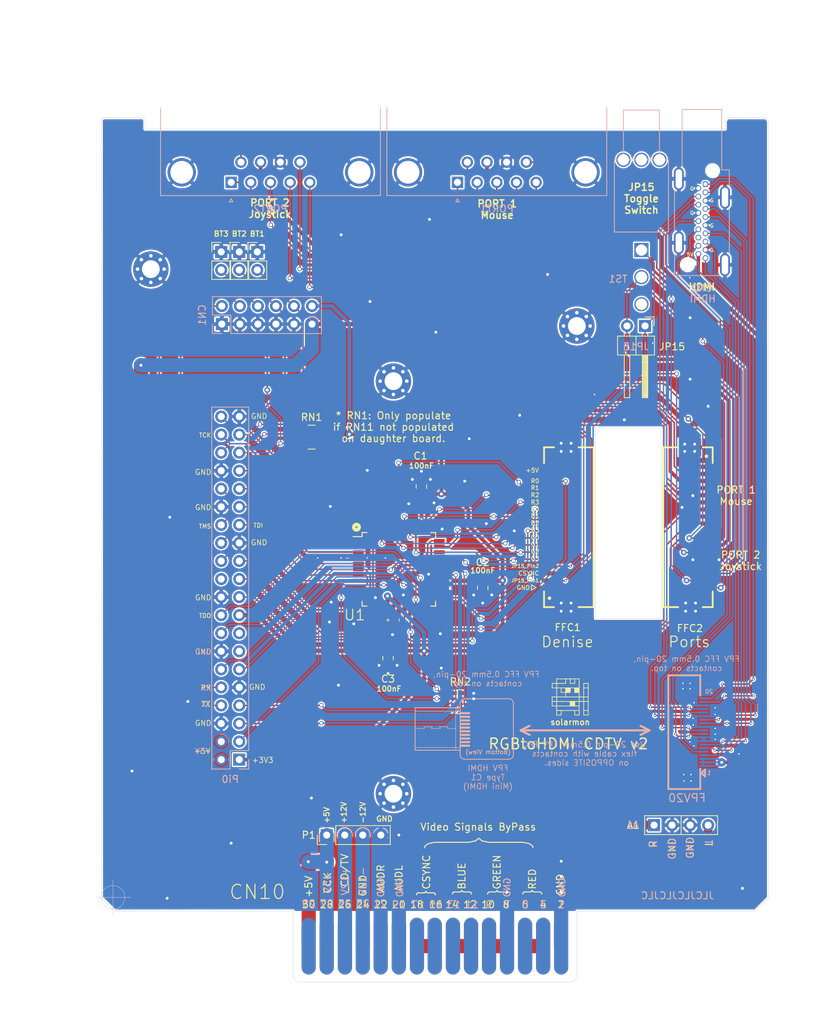
<source format=kicad_pcb>
(kicad_pcb (version 20211014) (generator pcbnew)
  (title_block (title "RGBtoHDMI Amiga Denise CPLD FFC - CDTV Video Slot") (date "2021-12-04") (rev "1"))
  (layers (0 "F.Cu" signal) (31 "B.Cu" signal) (34 "B.Paste" user) (35 "F.Paste" user) (36 "B.SilkS" user "B.Silkscreen") (37 "F.SilkS" user "F.Silkscreen") (38 "B.Mask" user) (39 "F.Mask" user) (44 "Edge.Cuts" user))
  (net 0 "")
  (net 1 "GND")
  (net 2 "+3V3")
  (net 3 "/GPIO21")
  (net 4 "/GPIO20")
  (net 5 "/GPIO26")
  (net 6 "/GPIO16")
  (net 7 "/GPIO18")
  (net 8 "/GPIO13")
  (net 9 "/GPIO12")
  (net 10 "/GPIO6")
  (net 11 "/GPIO5")
  (net 12 "/GPIO0")
  (net 13 "/GPIO7")
  (net 14 "/GPIO8")
  (net 15 "/GPIO11")
  (net 16 "/GPIO25")
  (net 17 "/GPIO9")
  (net 18 "/GPIO10")
  (net 19 "/GPIO24")
  (net 20 "/GPIO23")
  (net 21 "/GPIO22")
  (net 22 "/GPIO27")
  (net 23 "/GPIO17")
  (net 24 "/GPIO15")
  (net 25 "/GPIO14")
  (net 26 "/GPIO4")
  (net 27 "/GPIO3")
  (net 28 "/GPIO2")
  (net 29 "/GPIO19")
  (net 30 "/CLKEN")
  (net 31 "/B0")
  (net 32 "/R3")
  (net 33 "/R2")
  (net 34 "/R1")
  (net 35 "/R0")
  (net 36 "/G3")
  (net 37 "/G2")
  (net 38 "/G1")
  (net 39 "/G0")
  (net 40 "/B3")
  (net 41 "/B2")
  (net 42 "/B1")
  (net 43 "/VSYNC")
  (net 44 "/DETECT")
  (net 45 "+5V")
  (net 46 "/CSYNC")
  (net 47 "Net-(CN10-Pad28)")
  (net 48 "Net-(CN10-Pad26)")
  (net 49 "AR")
  (net 50 "AC")
  (net 51 "AB")
  (net 52 "AG")
  (net 53 "AUDL")
  (net 54 "AUDR")
  (net 55 "HDMI_19_HPD")
  (net 56 "HDMI_16_SDA")
  (net 57 "HDMI_15_SCL")
  (net 58 "HDMI_13_CEC")
  (net 59 "HDMI_12_CK-")
  (net 60 "HDMI_10_CK+")
  (net 61 "HDMI_9_D0-")
  (net 62 "HDMI_7_D0+")
  (net 63 "HDMI_6_D1-")
  (net 64 "HDMI_4_D1+")
  (net 65 "HDMI_3_D2-")
  (net 66 "HDMI_1_D2+")
  (net 67 "Port1_9")
  (net 68 "Port1_6")
  (net 69 "Port1_5")
  (net 70 "Port1_4")
  (net 71 "Port1_3")
  (net 72 "Port1_2")
  (net 73 "Port1_1")
  (net 74 "Net-(TS1-Pad3)")
  (net 75 "Port2_6")
  (net 76 "Port2_1")
  (net 77 "Port2_2")
  (net 78 "Port2_3")
  (net 79 "Port2_9")
  (net 80 "Port2_4")
  (net 81 "Port2_5")
  (net 82 "JP15_Pin2")
  (net 83 "JP15_Pin1")
  (net 84 "Net-(CN10-Pad17)")
  (net 85 "Net-(CN10-Pad29)")
  (net 86 "Net-(CN10-Pad15)")
  (net 87 "Net-(CN10-Pad5)")
  (net 88 "Net-(CN10-Pad3)")
  (net 89 "Net-(CN10-Pad13)")
  (net 90 "Net-(CN10-Pad11)")
  (net 91 "Net-(CN10-Pad9)")
  (net 92 "HDMI_5V")
  (net 93 "Port2_7")
  (net 94 "Port1_7")
  (net 95 "Net-(CN2-Pad14)")
  (net 96 "Net-(RN1-Pad5)")
  (net 97 "Net-(RN1-Pad4)")
  (net 98 "Net-(RN2-Pad4)")
  (net 99 "Net-(RN2-Pad3)")
  (net 100 "Net-(RN2-Pad5)")
  (net 101 "Net-(RN2-Pad6)")
  (net 102 "+12V")
  (net 103 "-12V")
  (footprint "Capacitor_SMD:C_0805_2012Metric_Pad1.18x1.45mm_HandSolder" (layer "F.Cu") (at 94.234 89.535 90)
    (fp_text reference "C1")
    (fp_text value "100nF")
  )
  (footprint "Capacitor_SMD:C_0805_2012Metric_Pad1.18x1.45mm_HandSolder" (layer "F.Cu") (at 102.87 103.759 -90)
    (fp_text reference "C2")
    (fp_text value "100nF")
  )
  (footprint "Capacitor_SMD:C_0805_2012Metric_Pad1.18x1.45mm_HandSolder" (layer "F.Cu") (at 89.535 113.665 -90)
    (fp_text reference "C3")
    (fp_text value "100nF")
  )
  (footprint "Connector_PinHeader_2.54mm:PinHeader_1x02_P2.54mm_Vertical" (layer "F.Cu") (at 71.12 56.515)
    (fp_text reference "BT1")
    (fp_text value "Jumper_2_Open")
  )
  (footprint "Package_QFP:TQFP-44_10x10mm_P0.8mm" (layer "F.Cu") (at 91.059 101.1682)
    (fp_text reference "U1")
    (fp_text value "XC9572XL-10VQ44C or XC9572XL-10VQG44C")
  )
  (footprint "Connector_PinHeader_2.54mm:PinHeader_1x02_P2.54mm_Vertical" (layer "F.Cu") (at 68.58 56.515)
    (fp_text reference "BT2")
    (fp_text value "Jumper_2_Open")
  )
  (footprint "Connector_PinHeader_2.54mm:PinHeader_1x02_P2.54mm_Vertical" (layer "F.Cu") (at 66.04 56.515)
    (fp_text reference "BT3")
    (fp_text value "Jumper_2_Open")
  )
  (footprint "solarmon_library:FPC-SMD_X10B25U18T" (layer "F.Cu") (at 112.141 95.25 -90)
    (fp_text reference "FFC1")
    (fp_text value "Conn_01x18" hide)
  )
  (footprint "solarmon_library:CDTV_Video_Slot_30_pin" (layer "F.Cu") (at 113.919 154.178)
    (fp_text reference "CN10")
    (fp_text value "Conn_02x15_Odd_Even")
  )
  (footprint "solarmon_library:solarmon-logo-25mils" (layer "F.Cu") (at 115.189 119.761)
    (fp_text reference "solarmon1" hide)
    (fp_text value "solarmon_logo")
  )
  (footprint "Connector_PinHeader_2.54mm:PinHeader_1x04_P2.54mm_Vertical" (layer "F.Cu") (at 127 137.16 90)
    (fp_text reference "A1")
    (fp_text value "Conn_01x04")
  )
  (footprint "MountingHole:MountingHole_2.5mm_Pad_Via" (layer "F.Cu") (at 56.127 58.942)
    (fp_text reference "H1" hide)
    (fp_text value "MountingHole_Pad")
  )
  (footprint "MountingHole:MountingHole_2.5mm_Pad_Via" (layer "F.Cu") (at 90.297 74.7014 -90)
    (fp_text reference "H3" hide)
    (fp_text value "MountingHole_Pad")
  )
  (footprint "MountingHole:MountingHole_2.5mm_Pad_Via" (layer "F.Cu") (at 116.127 66.942)
    (fp_text reference "H2" hide)
    (fp_text value "MountingHole_Pad")
  )
  (footprint "MountingHole:MountingHole_2.5mm_Pad_Via" (layer "F.Cu") (at 90.297 132.7404 -90)
    (fp_text reference "H4" hide)
    (fp_text value "MountingHole_Pad")
  )
  (footprint "solarmon_library:FPC-SMD_X10B25U18T" (layer "F.Cu") (at 134.62 95.25 90)
    (fp_text reference "FFC2")
    (fp_text value "Conn_01x18" hide)
  )
  (footprint "Connector_PinHeader_2.54mm:PinHeader_1x02_P2.54mm_Horizontal" (layer "F.Cu") (at 125.73 66.929 -90)
    (fp_text reference "JP15")
    (fp_text value "Conn_01x02")
  )
  (footprint "Resistor_SMD:R_Array_Convex_4x0603" (layer "F.Cu") (at 78.7654 82.5754)
    (fp_text reference "RN1")
    (fp_text value "4K7")
  )
  (footprint "Resistor_SMD:R_Array_Convex_4x0603" (layer "F.Cu") (at 99.7204 119.7864)
    (fp_text reference "RN2")
    (fp_text value "4K7")
  )
  (footprint "Connector_PinHeader_2.54mm:PinHeader_1x04_P2.54mm_Vertical" (layer "F.Cu") (at 80.899 138.557 90)
    (fp_text reference "P1")
    (fp_text value "Conn_01x04")
  )
  (footprint "Connector_PinSocket_2.54mm:PinSocket_2x20_P2.54mm_Vertical" (layer "B.Cu") (at 68.58 127.9398)
    (fp_text reference "Pi0")
    (fp_text value "Raspberry_Pi_2_3")
  )
  (footprint "Connector_Dsub:DSUB-9_Male_Horizontal_P2.77x2.84mm_EdgePinOffset7.70mm_Housed_MountingHolesOffset9.12mm" (layer "B.Cu") (at 67.437 46.736)
    (fp_text reference "PORT2")
    (fp_text value "DB9_Male_MountingHoles")
  )
  (footprint "Connector_Dsub:DSUB-9_Male_Horizontal_P2.77x2.84mm_EdgePinOffset7.70mm_Housed_MountingHolesOffset9.12mm" (layer "B.Cu") (at 99.314 46.736)
    (fp_text reference "PORT1")
    (fp_text value "DB9_Male_MountingHoles")
  )
  (footprint "Connector_HDMI:HDMI_A_Kycon_KDMIX-SL1-NS-WS-B15_VerticalRightAngle" (layer "B.Cu") (at 134.239 46.99)
    (fp_text reference "CN2")
    (fp_text value "HDMI_A")
  )
  (footprint "solarmon_library:XFCN_F0501-T-20-20T-R" (layer "B.Cu") (at 132.81 124.079 90)
    (fp_text reference "FPV20")
    (fp_text value "Conn_01x20" hide)
  )
  (footprint "Connector_PinSocket_2.54mm:PinSocket_2x06_P2.54mm_Vertical" (layer "B.Cu") (at 66.127 66.675 -90)
    (fp_text reference "CN1")
    (fp_text value "Conn_02x06_Odd_Even")
  )
  (footprint "solarmon_library:T8019L_T8020LB" (layer "B.Cu") (at 125.222 43.561)
    (fp_text reference "TS1")
    (fp_text value "SW_SPDT")
  )
  (gr_line (start 99.695 126.619) (end 93.345 126.619) (layer "B.SilkS") (width 0.12))
  (gr_line (start 99.822 125.476) (end 100.965 125.476) (layer "B.SilkS") (width 0.3))
  (gr_line (start 99.822 124.968) (end 100.965 124.968) (layer "B.SilkS") (width 0.3))
  (gr_line (start 99.822 124.46) (end 100.965 124.46) (layer "B.SilkS") (width 0.3))
  (gr_line (start 99.822 123.952) (end 100.965 123.952) (layer "B.SilkS") (width 0.3))
  (gr_line (start 99.822 123.444) (end 100.965 123.444) (layer "B.SilkS") (width 0.3))
  (gr_line (start 99.822 122.936) (end 100.965 122.936) (layer "B.SilkS") (width 0.3))
  (gr_line (start 99.822 122.428) (end 100.965 122.428) (layer "B.SilkS") (width 0.3))
  (gr_line (start 99.822 121.92) (end 100.965 121.92) (layer "B.SilkS") (width 0.3))
  (gr_line (start 99.822 121.412) (end 100.965 121.412) (layer "B.SilkS") (width 0.3))
  (gr_line (start 106.553 127.889) (end 100.33 127.889) (layer "B.SilkS") (width 0.12))
  (gr_line (start 100.33 119.38) (end 106.553 119.38) (layer "B.SilkS") (width 0.12))
  (gr_line (start 107.188 127.254) (end 107.188 120.015) (layer "B.SilkS") (width 0.12))
  (gr_line (start 93.345 121.158) (end 99.695 121.158) (layer "B.SilkS") (width 0.075))
  (gr_line (start 93.345 126.238) (end 99.695 126.238) (layer "B.SilkS") (width 0.075))
  (gr_arc (start 99.695 120.015) (mid 99.880987 119.565987) (end 100.33 119.38) (layer "B.SilkS") (width 0.12))
  (gr_arc (start 106.553 119.38) (mid 107.002013 119.565987) (end 107.188 120.015) (layer "B.SilkS") (width 0.12))
  (gr_arc (start 107.188 127.254) (mid 107.002013 127.703013) (end 106.553 127.889) (layer "B.SilkS") (width 0.12))
  (gr_line (start 108.204 123.825) (end 109.474 124.46) (layer "B.SilkS") (width 0.3))
  (gr_line (start 108.204 123.825) (end 109.474 123.19) (layer "B.SilkS") (width 0.3))
  (gr_line (start 125.095 124.46) (end 126.365 123.825) (layer "B.SilkS") (width 0.3))
  (gr_line (start 125.095 123.19) (end 126.365 123.825) (layer "B.SilkS") (width 0.3))
  (gr_line (start 99.06 126.619) (end 99.06 120.65) (layer "B.SilkS") (width 0.075))
  (gr_line (start 93.345 123.571) (end 94.615 123.571) (layer "B.SilkS") (width 0.075))
  (gr_line (start 97.917 123.571) (end 99.06 123.571) (layer "B.SilkS") (width 0.075))
  (gr_line (start 94.615 123.571) (end 94.615 123.317) (layer "B.SilkS") (width 0.075))
  (gr_line (start 95.631 123.571) (end 95.758 123.317) (layer "B.SilkS") (width 0.075))
  (gr_line (start 94.615 123.317) (end 95.758 123.317) (layer "B.SilkS") (width 0.075))
  (gr_line (start 95.631 123.571) (end 96.901 123.571) (layer "B.SilkS") (width 0.075))
  (gr_line (start 97.917 123.571) (end 97.917 123.317) (layer "B.SilkS") (width 0.075))
  (gr_line (start 96.774 123.317) (end 97.917 123.317) (layer "B.SilkS") (width 0.075))
  (gr_line (start 96.901 123.571) (end 96.774 123.317) (layer "B.SilkS") (width 0.075))
  (gr_line (start 93.345 120.65) (end 99.695 120.65) (layer "B.SilkS") (width 0.12))
  (gr_line (start 93.345 126.619) (end 93.345 120.65) (layer "B.SilkS") (width 0.12))
  (gr_arc (start 100.33 127.889) (mid 99.880987 127.703013) (end 99.695 127.254) (layer "B.SilkS") (width 0.12))
  (gr_line (start 99.695 120.015) (end 99.695 127.254) (layer "B.SilkS") (width 0.12))
  (gr_line (start 108.204 123.825) (end 125.984 123.825) (layer "B.SilkS") (width 0.3))
  (gr_line (start 99.822 125.984) (end 100.965 125.984) (layer "B.SilkS") (width 0.3))
  (gr_circle (center 85.09 95.25) (end 85.217 95.25) (layer "F.SilkS") (width 0.5) (fill none))
  (gr_line (start 110.363 103.7336) (end 109.728 104.1146) (layer "F.SilkS") (width 0.12))
  (gr_line (start 109.728 103.3526) (end 110.363 103.7336) (layer "F.SilkS") (width 0.12))
  (gr_line (start 109.728 104.1146) (end 109.728 103.3526) (layer "F.SilkS") (width 0.12))
  (gr_line (start 76.1746 158.5976) (end 76.1746 149.225) (layer "Edge.Cuts") (width 0.05))
  (gr_line (start 116.1288 158.623) (end 116.1288 149.2504) (layer "Edge.Cuts") (width 0.05))
  (gr_line (start 76.8096 159.2326) (end 76.1746 158.5976) (layer "Edge.Cuts") (width 0.05))
  (gr_line (start 115.4938 159.2326) (end 76.8096 159.2326) (layer "Edge.Cuts") (width 0.05))
  (gr_line (start 116.1288 158.623) (end 115.4938 159.2326) (layer "Edge.Cuts") (width 0.05))
  (gr_line (start 141.224 149.2504) (end 116.1288 149.2504) (layer "Edge.Cuts") (width 0.05))
  (gr_line (start 49.1744 147.3454) (end 51.0794 149.2504) (layer "Edge.Cuts") (width 0.05))
  (gr_line (start 143.129 147.3454) (end 141.224 149.2504) (layer "Edge.Cuts") (width 0.05))
  (gr_line (start 55.2958 39.243) (end 137.0203 39.243) (layer "Edge.Cuts") (width 0.05))
  (gr_line (start 55.0926 37.6428) (end 55.2958 37.973) (layer "Edge.Cuts") (width 0.05))
  (gr_line (start 137.3759 37.6428) (end 137.0203 38.1) (layer "Edge.Cuts") (width 0.05))
  (gr_line (start 128.016 81.28) (end 128.016 108.077) (layer "Edge.Cuts") (width 0.05))
  (gr_line (start 128.016 108.077) (end 118.745 108.077) (layer "Edge.Cuts") (width 0.05))
  (gr_line (start 118.745 81.28) (end 128.016 81.28) (layer "Edge.Cuts") (width 0.05))
  (gr_line (start 118.745 108.077) (end 118.745 81.28) (layer "Edge.Cuts") (width 0.05))
  (gr_line (start 49.149 37.973) (end 49.3522 37.6428) (layer "Edge.Cuts") (width 0.05))
  (gr_line (start 143.129 38.1) (end 142.7734 37.6428) (layer "Edge.Cuts") (width 0.05))
  (gr_line (start 76.1746 149.225) (end 51.0794 149.2504) (layer "Edge.Cuts") (width 0.05))
  (gr_line (start 49.1744 147.3454) (end 49.149 37.973) (layer "Edge.Cuts") (width 0.05))
  (gr_line (start 49.3522 37.6428) (end 55.0926 37.6428) (layer "Edge.Cuts") (width 0.05))
  (gr_line (start 143.129 38.1) (end 143.129 147.3454) (layer "Edge.Cuts") (width 0.05))
  (gr_line (start 137.0203 39.243) (end 137.0203 38.1) (layer "Edge.Cuts") (width 0.05))
  (gr_line (start 137.3759 37.6428) (end 142.7734 37.6428) (layer "Edge.Cuts") (width 0.05))
  (gr_line (start 55.2958 37.973) (end 55.2958 39.243) (layer "Edge.Cuts") (width 0.05))
  (gr_text "RX" (at 63.881 117.856) (layer "B.SilkS") (effects (font (size 0.75 0.75) (thickness 0.1)) (justify mirror)))
  (gr_text "TX" (at 63.881 120.142) (layer "B.SilkS") (effects (font (size 0.75 0.75) (thickness 0.1)) (justify mirror)))
  (gr_text "+5V" (at 63.5 126.746) (layer "B.SilkS") (effects (font (size 0.75 0.75) (thickness 0.1)) (justify mirror)))
  (gr_text "GND" (at 63.5 112.776) (layer "B.SilkS") (effects (font (size 0.75 0.75) (thickness 0.1)) (justify mirror)))
  (gr_text "1" (at 113.919 148.336) (layer "B.SilkS") (effects (font (size 1 1)) (justify mirror)))
  (gr_text "3" (at 111.379 148.336) (layer "B.SilkS") (effects (font (size 1 1)) (justify mirror)))
  (gr_text "5" (at 108.839 148.336) (layer "B.SilkS") (effects (font (size 1 1)) (justify mirror)))
  (gr_text "7" (at 106.299 148.336) (layer "B.SilkS") (effects (font (size 1 1)) (justify mirror)))
  (gr_text "9" (at 103.759 148.336) (layer "B.SilkS") (effects (font (size 1 1)) (justify mirror)))
  (gr_text "11" (at 101.346 148.336) (layer "B.SilkS") (effects (font (size 1 1)) (justify mirror)))
  (gr_text "13" (at 98.806 148.336) (layer "B.SilkS") (effects (font (size 1 1)) (justify mirror)))
  (gr_text "15" (at 96.266 148.336) (layer "B.SilkS") (effects (font (size 1 1)) (justify mirror)))
  (gr_text "17" (at 93.726 148.336) (layer "B.SilkS") (effects (font (size 1 1)) (justify mirror)))
  (gr_text "19" (at 91.059 148.336) (layer "B.SilkS") (effects (font (size 1 1)) (justify mirror)))
  (gr_text "21" (at 88.392 148.209) (layer "B.SilkS") (effects (font (size 1 1)) (justify mirror)))
  (gr_text "23" (at 85.979 148.209) (layer "B.SilkS") (effects (font (size 1 1)) (justify mirror)))
  (gr_text "25" (at 83.439 148.209) (layer "B.SilkS") (effects (font (size 1 1)) (justify mirror)))
  (gr_text "27" (at 80.899 148.209) (layer "B.SilkS") (effects (font (size 1 1)) (justify mirror)))
  (gr_text "29" (at 78.359 148.209) (layer "B.SilkS") (effects (font (size 1 1)) (justify mirror)))
  (gr_text "GND" (at 88.519 145.923 90) (layer "B.SilkS") (effects (font (size 0.9 0.9)) (justify mirror)))
  (gr_text "GND" (at 106.299 145.923 90) (layer "B.SilkS") (effects (font (size 0.9 0.9)) (justify mirror)))
  (gr_text "GND" (at 114.046 145.923 90) (layer "B.SilkS") (effects (font (size 0.9 0.9)) (justify mirror)))
  (gr_text "GND" (at 91.186 145.923 90) (layer "B.SilkS") (effects (font (size 0.9 0.9)) (justify mirror)))
  (gr_text "R" (at 126.873 139.827 90) (layer "B.SilkS") (effects (font (size 1 1)) (justify mirror)))
  (gr_text "GND" (at 129.54 140.462 90) (layer "B.SilkS") (effects (font (size 1 1)) (justify mirror)))
  (gr_text "GND" (at 132.08 140.335 90) (layer "B.SilkS") (effects (font (size 1 1)) (justify mirror)))
  (gr_text "L" (at 134.747 139.7 90) (layer "B.SilkS") (effects (font (size 1 1)) (justify mirror)))
  (gr_text "A1" (at 123.952 137.16) (layer "B.SilkS") (effects (font (size 1 1)) (justify mirror)))
  (gr_text "Use 20-pin 0.5mm FPV FFC\nflex cable with contacts\non OPPOSITE sides. " (at 117.1956 127.1016) (layer "B.SilkS") (effects (font (size 0.8 0.8) (thickness 0.1)) (justify mirror)))
  (gr_text "FPV FFC 0.5mm 20-pin,\ncontacts on top." (at 131.572 114.427) (layer "B.SilkS") (effects (font (size 0.8 0.8) (thickness 0.1)) (justify mirror)))
  (gr_text "FPV HDMI\nType C1\n(Mini HDMI)" (at 103.6066 130.429) (layer "B.SilkS") (effects (font (size 0.8 0.8) (thickness 0.1)) (justify mirror)))
  (gr_text "FPV FFC 0.5mm 20-pin,\ncontacts on top." (at 103.378 116.586) (layer "B.SilkS") (effects (font (size 0.8 0.8) (thickness 0.1)) (justify mirror)))
  (gr_text "1" (at 134.747 129.794) (layer "B.SilkS") (effects (font (size 0.6 0.6) (thickness 0.1)) (justify mirror)))
  (gr_text "20" (at 134.747 118.364) (layer "B.SilkS") (effects (font (size 0.6 0.6) (thickness 0.1)) (justify mirror)))
  (gr_text "JP15" (at 124.46 69.85) (layer "B.SilkS") (effects (font (size 1 1)) (justify mirror)))
  (gr_text "HDMI" (at 133.858 63.119) (layer "B.SilkS") (effects (font (size 1 1)) (justify mirror)))
  (gr_text "+5V" (at 80.9625 145.2245 90) (layer "B.SilkS") (effects (font (size 1 1)) (justify mirror)))
  (gr_text "+12V" (at 83.5025 145.034 90) (layer "B.SilkS") (effects (font (size 1 1)) (justify mirror)))
  (gr_text "-12V" (at 85.979 145.034 90) (layer "B.SilkS") (effects (font (size 1 1)) (justify mirror)))
  (gr_text "(Bottom View)" (at 103.632 126.873) (layer "B.SilkS") (effects (font (size 0.6 0.6) (thickness 0.1)) (justify mirror)))
  (gr_text "JLCJLCJLCJLC" (at 130.302 147.066) (layer "B.SilkS") (effects (font (size 1 1)) (justify mirror)))
  (gr_text "+3V3" (at 71.882 128.016) (layer "F.SilkS") (effects (font (size 0.75 0.75) (thickness 0.1))))
  (gr_text "GND" (at 63.5 122.809) (layer "F.SilkS") (effects (font (size 0.75 0.75) (thickness 0.1))))
  (gr_text "+" (at 89.535 108.2802) (layer "F.SilkS") (effects (font (size 0.5 0.5) (thickness 0.1))))
  (gr_text "+" (at 98.298 102.6922) (layer "F.SilkS") (effects (font (size 0.5 0.5) (thickness 0.1))))
  (gr_text "-" (at 98.298 103.5812) (layer "F.SilkS") (effects (font (size 0.5 0.5) (thickness 0.1))))
  (gr_text "-" (at 91.059 108.2802 90) (layer "F.SilkS") (effects (font (size 0.5 0.5) (thickness 0.1))))
  (gr_text "-" (at 83.82 99.6442 180) (layer "F.SilkS") (effects (font (size 0.5 0.5) (thickness 0.1))))
  (gr_text "+5V" (at 109.855 87.249) (layer "F.SilkS") (effects (font (size 0.6 0.6) (thickness 0.1))))
  (gr_text "R0" (at 110.236 88.7476) (layer "F.SilkS") (effects (font (size 0.6 0.6) (thickness 0.1))))
  (gr_text "R1" (at 110.236 89.7001) (layer "F.SilkS") (effects (font (size 0.6 0.6) (thickness 0.1))))
  (gr_text "R2" (at 110.236 90.7161) (layer "F.SilkS") (effects (font (size 0.6 0.6) (thickness 0.1))))
  (gr_text "GND" (at 108.585 103.759) (layer "F.SilkS") (effects (font (size 0.6 0.6) (thickness 0.1))))
  (gr_text "R3" (at 110.236 91.7321) (layer "F.SilkS") (effects (font (size 0.6 0.6) (thickness 0.1))))
  (gr_text "B3" (at 110.236 95.6691) (layer "F.SilkS") (effects (font (size 0.6 0.6) (thickness 0.1))))
  (gr_text "B1" (at 110.236 93.6371) (layer "F.SilkS") (effects (font (size 0.6 0.6) (thickness 0.1))))
  (gr_text "B0" (at 110.236 92.6846) (layer "F.SilkS") (effects (font (size 0.6 0.6) (thickness 0.1))))
  (gr_text "B2" (at 110.236 94.6531) (layer "F.SilkS") (effects (font (size 0.6 0.6) (thickness 0.1))))
  (gr_text "G3" (at 110.236 99.6696) (layer "F.SilkS") (effects (font (size 0.6 0.6) (thickness 0.1))))
  (gr_text "G2" (at 110.236 98.6536) (layer "F.SilkS") (effects (font (size 0.6 0.6) (thickness 0.1))))
  (gr_text "G0" (at 110.236 96.6851) (layer "F.SilkS") (effects (font (size 0.6 0.6) (thickness 0.1))))
  (gr_text "G1" (at 110.236 97.6376) (layer "F.SilkS") (effects (font (size 0.6 0.6) (thickness 0.1))))
  (gr_text "CSYNC" (at 109.347 101.727) (layer "F.SilkS") (effects (font (size 0.6 0.6) (thickness 0.1))))
  (gr_text "TCK" (at 63.754 82.296) (layer "F.SilkS") (effects (font (size 0.6 0.6) (thickness 0.1))))
  (gr_text "TMS" (at 63.754 95.123) (layer "F.SilkS") (effects (font (size 0.6 0.6) (thickness 0.1))))
  (gr_text "TDI" (at 71.247 94.996) (layer "F.SilkS") (effects (font (size 0.6 0.6) (thickness 0.1))))
  (gr_text "TDO" (at 63.754 107.696) (layer "F.SilkS") (effects (font (size 0.6 0.6) (thickness 0.1))))
  (gr_text "GND" (at 71.12 117.729) (layer "F.SilkS") (effects (font (size 0.75 0.75) (thickness 0.1))))
  (gr_text "GND" (at 63.5 112.776) (layer "F.SilkS") (effects (font (size 0.75 0.75) (thickness 0.1))))
  (gr_text "GND" (at 63.5 105.156) (layer "F.SilkS") (effects (font (size 0.75 0.75) (thickness 0.1))))
  (gr_text "GND" (at 63.5 92.456) (layer "F.SilkS") (effects (font (size 0.75 0.75) (thickness 0.1))))
  (gr_text "GND" (at 63.5 87.503) (layer "F.SilkS") (effects (font (size 0.75 0.75) (thickness 0.1))))
  (gr_text "GND" (at 71.374 79.629) (layer "F.SilkS") (effects (font (size 0.75 0.75) (thickness 0.1))))
  (gr_text "GND" (at 71.374 97.409) (layer "F.SilkS") (effects (font (size 0.75 0.75) (thickness 0.1))))
  (gr_text "GREEN" (at 104.8766 143.764 90) (layer "F.SilkS") (effects (font (size 1 1))))
  (gr_text "BLUE" (at 99.9236 144.311619 90) (layer "F.SilkS") (effects (font (size 1 1))))
  (gr_text "CSYNC" (at 94.9452 143.764 90) (layer "F.SilkS") (effects (font (size 1 1))))
  (gr_text "+5V" (at 78.359 145.796 90) (layer "F.SilkS") (effects (font (size 1 1))))
  (gr_text "GND" (at 85.979 145.669 90) (layer "F.SilkS") (effects (font (size 1 1))))
  (gr_text "2" (at 113.919 148.336) (layer "F.SilkS") (effects (font (size 1 1))))
  (gr_text "Video Signals ByPass" (at 102.235 137.414) (layer "F.SilkS") (effects (font (size 1 1))))
  (gr_text "GND" (at 113.792 145.542 90) (layer "F.SilkS") (effects (font (size 1 1))))
  (gr_text "4" (at 111.379 148.336) (layer "F.SilkS") (effects (font (size 1 1))))
  (gr_text "6" (at 108.839 148.336) (layer "F.SilkS") (effects (font (size 1 1))))
  (gr_text "8" (at 106.172 148.336) (layer "F.SilkS") (effects (font (size 1 1))))
  (gr_text "10" (at 103.632 148.336) (layer "F.SilkS") (effects (font (size 1 1))))
  (gr_text "12" (at 101.092 148.336) (layer "F.SilkS") (effects (font (size 1 1))))
  (gr_text "14" (at 98.552 148.336) (layer "F.SilkS") (effects (font (size 1 1))))
  (gr_text "16" (at 96.266 148.336) (layer "F.SilkS") (effects (font (size 1 1))))
  (gr_text "18" (at 93.599 148.336) (layer "F.SilkS") (effects (font (size 1 1))))
  (gr_text "22" (at 88.519 148.336) (layer "F.SilkS") (effects (font (size 1 1))))
  (gr_text "20" (at 91.059 148.336) (layer "F.SilkS") (effects (font (size 1 1))))
  (gr_text "24" (at 85.979 148.336) (layer "F.SilkS") (effects (font (size 1 1))))
  (gr_text "26" (at 83.439 148.336) (layer "F.SilkS") (effects (font (size 1 1))))
  (gr_text "28" (at 80.899 148.336) (layer "F.SilkS") (effects (font (size 1 1))))
  (gr_text "30" (at 78.359 148.336) (layer "F.SilkS") (effects (font (size 1 1))))
  (gr_text "{" (at 94.996 146.685 -90) (layer "F.SilkS") (effects (font (size 1.75 1.5))))
  (gr_text "{" (at 103.124 139.573 -90) (layer "F.SilkS") (effects (font (size 10 4))))
  (gr_text "{" (at 100.076 146.558 -90) (layer "F.SilkS") (effects (font (size 1.75 1.5))))
  (gr_text "{" (at 105.029 146.558 -90) (layer "F.SilkS") (effects (font (size 1.75 1.5))))
  (gr_text "{" (at 109.982 146.558 -90) (layer "F.SilkS") (effects (font (size 1.75 1.5))))
  (gr_text "TX" (at 63.881 120.142) (layer "F.SilkS") (effects (font (size 0.75 0.75) (thickness 0.1))))
  (gr_text "RX" (at 63.881 117.856) (layer "F.SilkS") (effects (font (size 0.75 0.75) (thickness 0.1))))
  (gr_text "AUDR" (at 88.519 144.653 90) (layer "F.SilkS") (effects (font (size 1 1))))
  (gr_text "AUDL" (at 91.059 144.653 90) (layer "F.SilkS") (effects (font (size 1 1))))
  (gr_text "R" (at 126.873 139.827 90) (layer "F.SilkS") (effects (font (size 1 1))))
  (gr_text "L" (at 134.747 139.7 90) (layer "F.SilkS") (effects (font (size 1 1))))
  (gr_text "CCK" (at 81.026 145.288 90) (layer "F.SilkS") (effects (font (size 1 1))))
  (gr_text "_CD/TV" (at 83.439 143.891 90) (layer "F.SilkS") (effects (font (size 1 1))))
  (gr_text "Denise" (at 114.808 111.379) (layer "F.SilkS") (effects (font (size 1.5 1.5))))
  (gr_text "Ports" (at 131.953 111.379) (layer "F.SilkS") (effects (font (size 1.5 1.5))))
  (gr_text "PORT 2\nJoystick" (at 139.192 99.949) (layer "F.SilkS") (effects (font (size 1 1))))
  (gr_text "PORT 1\nMouse" (at 138.557 90.805) (layer "F.SilkS") (effects (font (size 1 1))))
  (gr_text "PORT 2\nJoystick" (at 72.898 50.419) (layer "F.SilkS") (effects (font (size 1 1) (thickness 0.2))))
  (gr_text "HDMI" (at 133.731 61.468) (layer "F.SilkS") (effects (font (size 1 1) (thickness 0.2))))
  (gr_text "JP15\nToggle\nSwitch" (at 125.222 49.022) (layer "F.SilkS") (effects (font (size 1 1) (thickness 0.2))))
  (gr_text "GND" (at 129.54 140.462 90) (layer "F.SilkS") (effects (font (size 1 1))))
  (gr_text "GND" (at 132.08 140.335 90) (layer "F.SilkS") (effects (font (size 1 1))))
  (gr_text "JP15_Pin2" (at 108.839 100.711) (layer "F.SilkS") (effects (font (size 0.5 0.5) (thickness 0.1))))
  (gr_text "JP15_Pin1" (at 108.839 102.743) (layer "F.SilkS") (effects (font (size 0.5 0.5) (thickness 0.1))))
  (gr_text "* RN1: Only populate\nif RN11 not populated\non daughter board." (at 90.297 81.153) (layer "F.SilkS") (effects (font (size 1 1))))
  (gr_text "G" (at 135.128 56.261) (layer "F.SilkS") (effects (font (size 0.5 0.5) (thickness 0.1))))
  (gr_text "G" (at 135.128 52.832) (layer "F.SilkS") (effects (font (size 0.5 0.5) (thickness 0.1))))
  (gr_text "G" (at 132.334 51.054) (layer "F.SilkS") (effects (font (size 0.5 0.5) (thickness 0.1))))
  (gr_text "G" (at 135.128 49.276) (layer "F.SilkS") (effects (font (size 0.5 0.5) (thickness 0.1))))
  (gr_text "G" (at 132.334 47.625) (layer "F.SilkS") (effects (font (size 0.5 0.5) (thickness 0.1))))
  (gr_text "5V" (at 132.08 56.896) (layer "F.SilkS") (effects (font (size 0.5 0.5) (thickness 0.1))))
  (gr_text "+5V" (at 80.899 135.763 90) (layer "F.SilkS") (effects (font (size 0.75 0.75))))
  (gr_text "+12V" (at 83.312 135.382 90) (layer "F.SilkS") (effects (font (size 0.75 0.75))))
  (gr_text "-12V" (at 85.979 135.382 90) (layer "F.SilkS") (effects (font (size 0.75 0.75))))
  (gr_text "GND" (at 89.027 136.271) (layer "F.SilkS") (effects (font (size 0.75 0.75))))
  (gr_text "PORT 1\nMouse" (at 104.902 50.546) (layer "F.SilkS") (effects (font (size 1 1) (thickness 0.2))))
  (gr_text "RGBtoHDMI CDTV v2" (at 114.935 125.73) (layer "F.SilkS") (effects (font (size 1.5 1.5) (thickness 0.2))))
  (gr_text "solarmon" (at 115.189 122.682) (layer "F.SilkS") (effects (font (size 0.8 0.8))))
  (gr_text "RED" (at 109.855 144.74019 90) (layer "F.SilkS") (effects (font (size 1 1))))
  (gr_text "+" (at 94.234 94.0562) (layer "F.SilkS") (effects (font (size 0.5 0.5) (thickness 0.1))))
  (gr_text "+5V" (at 63.373 126.746) (layer "F.SilkS") (effects (font (size 0.75 0.75) (thickness 0.1))))
  (target plus (at 50.8 147.32) (size 5) (width 0.05) (layer "Edge.Cuts"))
  (segment (start 113.919 154.178) (end 113.919 142.24) (width 2) (layer "F.Cu") (net 1))
  (segment (start 85.979 154.178) (end 85.979 142.367) (width 2) (layer "F.Cu") (net 1))
  (via (at 113.919 144.399) (size 2) (drill 0.4) (layers "F.Cu" "B.Cu") (net 1))
  (via (at 113.919 146.558) (size 2) (drill 0.4) (layers "F.Cu" "B.Cu") (net 1))
  (via (at 106.299 146.558) (size 2) (drill 0.4) (layers "F.Cu" "B.Cu") (net 1))
  (via (at 135.6106 123.5456) (size 0.4) (drill 0.2) (layers "F.Cu" "B.Cu") (net 1))
  (via (at 138.938 127.127) (size 0.4) (drill 0.2) (layers "F.Cu" "B.Cu") (net 1))
  (via (at 135.6106 121.5898) (size 0.4) (drill 0.2) (layers "F.Cu" "B.Cu") (net 1))
  (via (at 96.012 91.821) (size 0.6) (drill 0.4) (layers "F.Cu" "B.Cu") (net 1))
  (via (at 132.461 99.822) (size 0.6) (drill 0.4) (layers "F.Cu" "B.Cu") (net 1))
  (via (at 136.144 99.822) (size 0.6) (drill 0.4) (layers "F.Cu" "B.Cu") (net 1))
  (via (at 130.937 92.456) (size 0.6) (drill 0.4) (layers "F.Cu" "B.Cu") (net 1))
  (via (at 113.919 107.061) (size 0.6) (drill 0.4) (layers "F.Cu" "B.Cu") (net 1))
  (via (at 115.316 107.061) (size 0.6) (drill 0.4) (layers "F.Cu" "B.Cu") (net 1))
  (via (at 113.919 105.918) (size 0.6) (drill 0.4) (layers "F.Cu" "B.Cu") (net 1))
  (via (at 115.316 105.918) (size 0.6) (drill 0.4) (layers "F.Cu" "B.Cu") (net 1))
  (via (at 115.316 83.439) (size 0.6) (drill 0.4) (layers "F.Cu" "B.Cu") (net 1))
  (via (at 115.316 84.582) (size 0.6) (drill 0.4) (layers "F.Cu" "B.Cu") (net 1))
  (via (at 113.919 84.582) (size 0.6) (drill 0.4) (layers "F.Cu" "B.Cu") (net 1))
  (via (at 113.919 83.439) (size 0.6) (drill 0.4) (layers "F.Cu" "B.Cu") (net 1))
  (via (at 95.377 51.943) (size 0.6) (drill 0.4) (layers "F.Cu" "B.Cu") (net 1))
  (via (at 86.614 99.568) (size 0.4) (drill 0.2) (layers "F.Cu" "B.Cu") (net 1))
  (via (at 90.17 110.363) (size 0.6) (drill 0.4) (layers "F.Cu" "B.Cu") (net 1))
  (via (at 97.155 95.504) (size 0.6) (drill 0.4) (layers "F.Cu" "B.Cu") (net 1))
  (via (at 132.08 74.422) (size 0.6) (drill 0.4) (layers "F.Cu" "B.Cu") (net 1))
  (via (at 103.378 94.742) (size 0.6) (drill 0.4) (layers "F.Cu" "B.Cu") (net 1))
  (via (at 90.805 114.681) (size 0.6) (drill 0.4) (layers "F.Cu" "B.Cu") (net 1))
  (via (at 126.7968 69.342) (size 0.4) (drill 0.2) (layers "F.Cu" "B.Cu") (net 1))
  (via (at 98.298 103.886) (size 0.6) (drill 0.4) (layers "F.Cu" "B.Cu") (net 1))
  (via (at 82.55 117.475) (size 0.6) (drill 0.4) (layers "F.Cu" "B.Cu") (net 1))
  (via (at 102.87 105.918) (size 0.6) (drill 0.4) (layers "F.Cu" "B.Cu") (net 1))
  (via (at 132.6134 126.0094) (size 0.4) (drill 0.2) (layers "F.Cu" "B.Cu") (net 1))
  (via (at 122.809 80.137) (size 0.8) (drill 0.4) (layers "F.Cu" "B.Cu") (net 1))
  (via (at 134.62 78.232) (size 0.6) (drill 0.4) (layers "F.Cu" "B.Cu") (net 1))
  (via (at 101.6 104.775) (size 0.6) (drill 0.4) (layers "F.Cu" "B.Cu") (net 1))
  (via (at 58.801 93.853) (size 0.6) (drill 0.4) (layers "F.Cu" "B.Cu") (net 1))
  (via (at 135.6106 124.3584) (size 0.4) (drill 0.2) (layers "F.Cu" "B.Cu") (net 1))
  (via (at 132.207 130.937) (size 0.4) (drill 0.2) (layers "F.Cu" "B.Cu") (net 1))
  (via (at 95.25 101.854) (size 0.6) (drill 0.4) (layers "F.Cu" "B.Cu") (net 1))
  (via (at 131.318 83.566) (size 0.6) (drill 0.4) (layers "F.Cu" "B.Cu") (net 1))
  (via (at 131.191 130.937) (size 0.4) (drill 0.2) (layers "F.Cu" "B.Cu") (net 1))
  (via (at 132.08 117.983) (size 0.4) (drill 0.2) (layers "F.Cu" "B.Cu") (net 1))
  (via (at 107.315 95.758) (size 0.6) (drill 0.4) (layers "F.Cu" "B.Cu") (net 1))
  (via (at 95.504 88.519) (size 0.6) (drill 0.4) (layers "F.Cu" "B.Cu") (net 1))
  (via (at 97.028 115.062) (size 0.6) (drill 0.4) (layers "F.Cu" "B.Cu") (net 1))
  (via (at 81.28 108.585) (size 0.6) (drill 0.4) (layers "F.Cu" "B.Cu") (net 1))
  (via (at 132.4864 122.1232) (size 0.4) (drill 0.2) (layers "F.Cu" "B.Cu") (net 1))
  (via (at 89.154 99.568) (size 0.4) (drill 0.2) (layers "F.Cu" "B.Cu") (net 1))
  (via (at 86.614 87.249) (size 0.6) (drill 0.4) (layers "F.Cu" "B.Cu") (net 1))
  (via (at 101.6 118.618) (size 0.6) (drill 0.4) (layers "F.Cu" "B.Cu") (net 1))
  (via (at 92.964 88.519) (size 0.6) (drill 0.4) (layers "F.Cu" "B.Cu") (net 1))
  (via (at 131.445 105.918) (size 0.6) (drill 0.4) (layers "F.Cu" "B.Cu") (net 1))
  (via (at 132.842 105.918) (size 0.6) (drill 0.4) (layers "F.Cu" "B.Cu") (net 1))
  (via (at 132.715 84.582) (size 0.6) (drill 0.4) (layers "F.Cu" "B.Cu") (net 1))
  (via (at 91.694 104.775) (size 0.6) (drill 0.4) (layers "F.Cu" "B.Cu") (net 1))
  (via (at 118.618 76.581) (size 0.4) (drill 0.2) (layers "F.Cu" "B.Cu") (net 1))
  (via (at 112.014 59.69) (size 0.6) (drill 0.4) (layers "F.Cu" "B.Cu") (net 1))
  (via (at 131.445 107.061) (size 0.6) (drill 0.4) (layers "F.Cu" "B.Cu") (net 1))
  (via (at 132.0292 60.1472) (size 0.4) (drill 0.2) (layers "F.Cu" "B.Cu") (net 1))
  (via (at 94.234 87.376) (size 0.6) (drill 0.4) (layers "F.Cu" "B.Cu") (net 1))
  (via (at 84.709 108.839) (size 0.6) (drill 0.4) (layers "F.Cu" "B.Cu") (net 1))
  (via (at 101.6 119.38) (size 0.6) (drill 0.4) (layers "F.Cu" "B.Cu") (net 1))
  (via (at 91.059 138.557) (size 2) (drill 0.4) (layers "F.Cu" "B.Cu") (net 1))
  (via (at 53.467 129.54) (size 0.6) (drill 0.4) (layers "F.Cu" "B.Cu") (net 1))
  (via (at 79.629 99.568) (size 0.4) (drill 0.2) (layers "F.Cu" "B.Cu") (net 1))
  (via (at 96.266 67.818) (size 0.6) (drill 0.4) (layers "F.Cu" "B.Cu") (net 1))
  (via (at 132.715 83.566) (size 0.6) (drill 0.4) (layers "F.Cu" "B.Cu") (net 1))
  (via (at 125.73 76.6826) (size 0.4) (drill 0.2) (layers "F.Cu" "B.Cu") (net 1))
  (via (at 132.08 117.221) (size 0.4) (drill 0.2) (layers "F.Cu" "B.Cu") (net 1))
  (via (at 89.535 115.824) (size 0.6) (drill 0.4) (layers "F.Cu" "B.Cu") (net 1))
  (via (at 135.6106 120.65) (size 0.4) (drill 0.2) (layers "F.Cu" "B.Cu") (net 1))
  (via (at 131.064 117.983) (size 0.4) (drill 0.2) (layers "F.Cu" "B.Cu") (net 1))
  (via (at 81.407 92.329) (size 0.6) (drill 0.4) (layers "F.Cu" "B.Cu") (net 1))
  (via (at 131.318 84.582) (size 0.6) (drill 0.4) (layers "F.Cu" "B.Cu") (net 1))
  (via (at 132.461 90.805) (size 0.6) (drill 0.4) (layers "F.Cu" "B.Cu") (net 1))
  (via (at 131.064 117.221) (size 0.4) (drill 0.2) (layers "F.Cu" "B.Cu") (net 1))
  (via (at 132.842 107.061) (size 0.6) (drill 0.4) (layers "F.Cu" "B.Cu") (net 1))
  (via (at 132.5118 123.063) (size 0.4) (drill 0.2) (layers "F.Cu" "B.Cu") (net 1))
  (via (at 58.42 147.447) (size 0.6) (drill 0.4) (layers "F.Cu" "B.Cu") (net 1))
  (via (at 132.08 65.786) (size 0.6) (drill 0.4) (layers "F.Cu" "B.Cu") (net 1))
  (via (at 82.931 54.102) (size 0.6) (drill 0.4) (layers "F.Cu" "B.Cu") (net 1))
  (via (at 100.33 88.773) (size 0.6) (drill 0.4) (layers "F.Cu" "B.Cu") (net 1))
  (via (at 92.456 91.948) (size 0.6) (drill 0.4) (layers "F.Cu" "B.Cu") (net 1))
  (via (at 61.341 119.761) (size 0.6) (drill 0.4) (layers "F.Cu" "B.Cu") (net 1))
  (via (at 132.6388 119.9388) (size 0.4) (drill 0.2) (layers "F.Cu" "B.Cu") (net 1))
  (via (at 139.446 146.05) (size 0.6) (drill 0.4) (layers "F.Cu" "B.Cu") (net 1))
  (via (at 108.077 79.502) (size 0.6) (drill 0.4) (layers "F.Cu" "B.Cu") (net 1))
  (via (at 87.757 105.156) (size 0.6) (drill 0.4) (layers "F.Cu" "B.Cu") (net 1))
  (via (at 81.534 105.791) (size 0.6) (drill 0.4) (layers "F.Cu" "B.Cu") (net 1))
  (via (at 113.919 142.24) (size 2) (drill 0.4) (layers "F.Cu" "B.Cu") (net 1))
  (via (at 88.265 114.681) (size 0.6) (drill 0.4) (layers "F.Cu" "B.Cu") (net 1))
  (via (at 131.191 130.048) (size 0.4) (drill 0.2) (layers "F.Cu" "B.Cu") (net 1))
  (via (at 67.437 139.7) (size 0.6) (drill 0.4) (layers "F.Cu" "B.Cu") (net 1))
  (via (at 135.6106 125.095) (size 0.4) (drill 0.2) (layers "F.Cu" "B.Cu") (net 1))
  (via (at 86.995 63.5) (size 0.6) (drill 0.4) (layers "F.Cu" "B.Cu") (net 1))
  (via (at 104.14 104.775) (size 0.6) (drill 0.4) (layers "F.Cu" "B.Cu") (net 1))
  (via (at 100.965 82.804) (size 0.6) (drill 0.4) (layers "F.Cu" "B.Cu") (net 1))
  (via (at 132.0546 125.4506) (size 0.4) (drill 0.2) (layers "F.Cu" "B.Cu") (net 1))
  (via (at 78.74 133.35) (size 0.6) (drill 0.4) (layers "F.Cu" "B.Cu") (net 1))
  (via (at 96.901 110.236) (size 0.6) (drill 0.4) (layers "F.Cu" "B.Cu") (net 1))
  (via (at 132.207 130.048) (size 0.4) (drill 0.2) (layers "F.Cu" "B.Cu") (net 1))
  (via (at 82.931 99.568) (size 0.4) (drill 0.2) (layers "F.Cu" "B.Cu") (net 1))
  (segment (start 91.059 138.557) (end 91.059 138.557) (width 2) (layer "B.Cu") (net 1))
  (segment (start 88.4936 138.5824) (end 88.519 138.557) (width 2) (layer "B.Cu") (net 1))
  (segment (start 88.4936 154.178) (end 88.4936 138.5824) (width 2) (layer "B.Cu") (net 1))
  (segment (start 106.299 154.178) (end 106.299 146.685) (width 2) (layer "B.Cu") (net 1))
  (segment (start 91.059 154.178) (end 91.059 138.557) (width 2) (layer "B.Cu") (net 1))
  (segment (start 113.919 154.178) (end 113.919 142.24) (width 2) (layer "B.Cu") (net 1))
  (segment (start 97.0495 90.5725) (end 97.0495 90.5725) (width 0.5) (layer "F.Cu") (net 2))
  (segment (start 98.7005 90.5725) (end 100.838 92.71) (width 0.5) (layer "F.Cu") (net 2))
  (segment (start 79.6654 82.9754) (end 83.2676 82.9754) (width 0.5) (layer "F.Cu") (net 2))
  (segment (start 102.87 102.7215) (end 105.6425 102.7215) (width 0.5) (layer "F.Cu") (net 2))
  (segment (start 89.459 112.5515) (end 89.535 112.6275) (width 0.5) (layer "F.Cu") (net 2))
  (segment (start 100.838 92.71) (end 100.838 94.996) (width 0.5) (layer "F.Cu") (net 2))
  (segment (start 83.2804 81.3754) (end 84.074 82.169) (width 0.5) (layer "F.Cu") (net 2))
  (segment (start 76.1785 112.6275) (end 71.1708 107.6198) (width 0.6) (layer "F.Cu") (net 2))
  (segment (start 89.535 112.6275) (end 94.593506 112.6275) (width 0.5) (layer "F.Cu") (net 2))
  (segment (start 105.664 109.093) (end 102.108 112.649) (width 0.5) (layer "F.Cu") (net 2))
  (segment (start 94.259 95.4682) (end 94.259 90.5975) (width 0.5) (layer "F.Cu") (net 2))
  (segment (start 79.6654 81.3754) (end 83.2804 81.3754) (width 0.5) (layer "F.Cu") (net 2))
  (segment (start 89.535 104.902) (end 89.459 104.978) (width 0.6) (layer "F.Cu") (net 2))
  (segment (start 97.0495 90.5725) (end 98.7005 90.5725) (width 0.5) (layer "F.Cu") (net 2))
  (segment (start 89.4588 106.868) (end 89.459 106.8682) (width 0.6) (layer "F.Cu") (net 2))
  (segment (start 68.58 127.9398) (end 83.5152 127.9398) (width 0.5) (layer "F.Cu") (net 2))
  (segment (start 71.1708 107.6198) (end 68.58 107.6198) (width 0.6) (layer "F.Cu") (net 2))
  (segment (start 93.599 82.169) (end 97.0495 85.6195) (width 0.5) (layer "F.Cu") (net 2))
  (segment (start 105.6425 102.7215) (end 105.664 102.743) (width 0.5) (layer "F.Cu") (net 2))
  (segment (start 84.074 82.169) (end 93.599 82.169) (width 0.5) (layer "F.Cu") (net 2))
  (segment (start 94.234 90.5725) (end 97.0495 90.5725) (width 0.5) (layer "F.Cu") (net 2))
  (segment (start 105.664 99.822) (end 105.664 102.743) (width 0.5) (layer "F.Cu") (net 2))
  (segment (start 97.0495 85.6195) (end 97.0495 90.5725) (width 0.5) (layer "F.Cu") (net 2))
  (segment (start 105.664 102.743) (end 105.664 109.093) (width 0.5) (layer "F.Cu") (net 2))
  (segment (start 94.615006 116.839994) (end 94.615006 112.649) (width 0.5) (layer "F.Cu") (net 2))
  (segment (start 100.838 94.996) (end 105.664 99.822) (width 0.5) (layer "F.Cu") (net 2))
  (segment (start 84.074 82.169) (end 79.6718 82.169) (width 0.5) (layer "F.Cu") (net 2))
  (segment (start 89.535 112.6275) (end 76.1785 112.6275) (width 0.6) (layer "F.Cu") (net 2))
  (segment (start 96.771802 102.781002) (end 105.625998 102.781002) (width 0.6) (layer "F.Cu") (net 2))
  (segment (start 89.4588 104.9274) (end 89.4588 106.868) (width 0.6) (layer "F.Cu") (net 2))
  (segment (start 94.593506 112.6275) (end 94.615006 112.649) (width 0.5) (layer "F.Cu") (net 2))
  (segment (start 96.759 102.7682) (end 96.771802 102.781002) (width 0.6) (layer "F.Cu") (net 2))
  (segment (start 94.259 90.5975) (end 94.234 90.5725) (width 0.5) (layer "F.Cu") (net 2))
  (segment (start 102.108 112.649) (end 94.615006 112.649) (width 0.5) (layer "F.Cu") (net 2))
  (segment (start 105.625998 102.781002) (end 105.664 102.743) (width 0.6) (layer "F.Cu") (net 2))
  (segment (start 79.6718 82.169) (end 79.6654 82.1754) (width 0.5) (layer "F.Cu") (net 2))
  (segment (start 83.2676 82.9754) (end 84.074 82.169) (width 0.5) (layer "F.Cu") (net 2))
  (segment (start 102.8233 102.7682) (end 102.87 102.7215) (width 0.5) (layer "F.Cu") (net 2))
  (segment (start 83.5152 127.9398) (end 94.615006 116.839994) (width 0.5) (layer "F.Cu") (net 2))
  (via (at 89.4588 104.9274) (size 1) (drill 0.4) (layers "F.Cu" "B.Cu") (net 2))
  (via (at 105.664 102.743) (size 1) (drill 0.4) (layers "F.Cu" "B.Cu") (net 2))
  (via (at 97.0495 90.5725) (size 1) (drill 0.4) (layers "F.Cu" "B.Cu") (net 2))
  (via (at 84.074 82.169) (size 1) (drill 0.4) (layers "F.Cu" "B.Cu") (net 2))
  (via (at 94.615006 112.649) (size 1) (drill 0.4) (layers "F.Cu" "B.Cu") (net 2))
  (segment (start 84.074 82.169) (end 84.074 82.169) (width 0.5) (layer "B.Cu") (net 2))
  (segment (start 84.074 66.548) (end 84.074 82.169) (width 0.5) (layer "B.Cu") (net 2))
  (segment (start 78.827 64.135) (end 81.661 64.135) (width 0.5) (layer "B.Cu") (net 2))
  (segment (start 94.615006 110.083606) (end 94.615006 112.649) (width 0.6) (layer "B.Cu") (net 2))
  (segment (start 81.661 64.135) (end 84.074 66.548) (width 0.5) (layer "B.Cu") (net 2))
  (segment (start 89.4588 104.9274) (end 94.615006 110.083606) (width 0.6) (layer "B.Cu") (net 2))
  (segment (start 67.2846 80.9244) (end 66.04 79.6798) (width 0.2) (layer "F.Cu") (net 3))
  (segment (start 81.407 87.376) (end 75.6412 87.376) (width 0.2) (layer "F.Cu") (net 3))
  (segment (start 87.859 93.828) (end 81.407 87.376) (width 0.2) (layer "F.Cu") (net 3))
  (segment (start 75.6412 87.376) (end 69.1896 80.9244) (width 0.2) (layer "F.Cu") (net 3))
  (segment (start 69.1896 80.9244) (end 67.2846 80.9244) (width 0.2) (layer "F.Cu") (net 3))
  (segment (start 87.859 95.4682) (end 87.859 93.828) (width 0.2) (layer "F.Cu") (net 3))
  (segment (start 81.3712 95.4682) (end 69.3928 83.4898) (width 0.2) (layer "F.Cu") (net 4))
  (segment (start 67.31 83.4898) (end 66.04 82.2198) (width 0.2) (layer "F.Cu") (net 4))
  (segment (start 87.059 96.6094) (end 87.059 95.4682) (width 0.2) (layer "F.Cu") (net 4))
  (segment (start 86.3478 105.1682) (end 87.414022 104.101978) (width 0.2) (layer "F.Cu") (net 4))
  (segment (start 69.3928 83.4898) (end 67.31 83.4898) (width 0.2) (layer "F.Cu") (net 4))
  (segment (start 85.359 105.1682) (end 86.3478 105.1682) (width 0.2) (layer "F.Cu") (net 4))
  (segment (start 87.414022 96.964422) (end 87.059 96.6094) (width 0.2) (layer "F.Cu") (net 4))
  (segment (start 87.059 95.4682) (end 81.3712 95.4682) (width 0.2) (layer "F.Cu") (net 4))
  (segment (start 87.414022 104.101978) (end 87.414022 96.964422) (width 0.2) (layer "F.Cu") (net 4))
  (segment (start 73.66 64.135) (end 73.747 64.135) (width 0.2) (layer "F.Cu") (net 5))
  (segment (start 71.501 80.772) (end 71.501 79.121) (width 0.2) (layer "F.Cu") (net 5))
  (segment (start 77.8654 81.3754) (end 77.8114 81.3754) (width 0.2) (layer "F.Cu") (net 5))
  (segment (start 76.2192 81.3754) (end 77.8654 81.3754) (width 0.2) (layer "F.Cu") (net 5))
  (segment (start 75.0316 65.4196) (end 73.747 64.135) (width 0.2) (layer "F.Cu") (net 5))
  (segment (start 68.58 59.055) (end 73.66 64.135) (width 0.2) (layer "F.Cu") (net 5))
  (segment (start 71.501 80.772) (end 75.6158 80.772) (width 0.2) (layer "F.Cu") (net 5))
  (segment (start 75.0316 75.5904) (end 75.0316 65.4196) (width 0.2) (layer "F.Cu") (net 5))
  (segment (start 75.6158 80.772) (end 76.2192 81.3754) (width 0.2) (layer "F.Cu") (net 5))
  (segment (start 71.501 79.121) (end 75.0316 75.5904) (width 0.2) (layer "F.Cu") (net 5))
  (via (at 71.501 80.772) (size 0.6) (drill 0.4) (layers "F.Cu" "B.Cu") (net 5))
  (segment (start 68.58 82.2198) (end 70.0532 82.2198) (width 0.2) (layer "B.Cu") (net 5))
  (segment (start 70.0532 82.2198) (end 71.501 80.772) (width 0.2) (layer "B.Cu") (net 5))
  (segment (start 72.111 82.144) (end 78.511 82.144) (width 0.2) (layer "F.Cu") (net 6))
  (segment (start 77.5716 65.4196) (end 76.287 64.135) (width 0.2) (layer "F.Cu") (net 6))
  (segment (start 71.12 59.055) (end 76.2 64.135) (width 0.2) (layer "F.Cu") (net 6))
  (segment (start 76.2 64.135) (end 76.287 64.135) (width 0.2) (layer "F.Cu") (net 6))
  (segment (start 78.7654 81.8896) (end 78.7654 79.0194) (width 0.2) (layer "F.Cu") (net 6))
  (segment (start 78.7654 79.0194) (end 77.5716 77.8256) (width 0.2) (layer "F.Cu") (net 6))
  (segment (start 77.5716 77.8256) (end 77.5716 65.4196) (width 0.2) (layer "F.Cu") (net 6))
  (segment (start 78.511 82.144) (end 78.7654 81.8896) (width 0.2) (layer "F.Cu") (net 6))
  (via (at 72.111 82.144) (size 0.6) (drill 0.4) (layers "F.Cu" "B.Cu") (net 6))
  (segment (start 67.31 83.4898) (end 70.7652 83.4898) (width 0.2) (layer "B.Cu") (net 6))
  (segment (start 66.04 84.7598) (end 67.31 83.4898) (width 0.2) (layer "B.Cu") (net 6))
  (segment (start 70.7652 83.4898) (end 72.111 82.144) (width 0.2) (layer "B.Cu") (net 6))
  (segment (start 93.98 100.076) (end 91.059008 100.076) (width 0.2) (layer "F.Cu") (net 7))
  (segment (start 95.6178 97.1682) (end 95.123 97.663) (width 0.2) (layer "F.Cu") (net 7))
  (segment (start 96.759 97.1682) (end 95.6178 97.1682) (width 0.2) (layer "F.Cu") (net 7))
  (segment (start 95.123 97.663) (end 95.123 98.933) (width 0.2) (layer "F.Cu") (net 7))
  (segment (start 95.123 98.933) (end 93.98 100.076) (width 0.2) (layer "F.Cu") (net 7))
  (segment (start 91.059008 100.076) (end 89.916 101.219008) (width 0.2) (layer "F.Cu") (net 7))
  (via (at 89.916 101.219008) (size 0.6) (drill 0.4) (layers "F.Cu" "B.Cu") (net 7))
  (segment (start 69.012002 113.9698) (end 81.762794 101.219008) (width 0.2) (layer "B.Cu") (net 7))
  (segment (start 81.762794 101.219008) (end 89.916 101.219008) (width 0.2) (layer "B.Cu") (net 7))
  (segment (start 67.31 113.9698) (end 69.012002 113.9698) (width 0.2) (layer "B.Cu") (net 7))
  (segment (start 66.04 115.2398) (end 67.31 113.9698) (width 0.2) (layer "B.Cu") (net 7))
  (segment (start 79.8962 97.1682) (end 70.0278 87.2998) (width 0.2) (layer "F.Cu") (net 8))
  (segment (start 85.359 97.1682) (end 79.8962 97.1682) (width 0.2) (layer "F.Cu") (net 8))
  (segment (start 70.0278 87.2998) (end 68.58 87.2998) (width 0.2) (layer "F.Cu") (net 8))
  (segment (start 78.3212 98.7682) (end 70.6628 91.1098) (width 0.2) (layer "F.Cu") (net 9))
  (segment (start 70.6628 91.1098) (end 67.31 91.1098) (width 0.2) (layer "F.Cu") (net 9))
  (segment (start 67.31 91.1098) (end 66.04 89.8398) (width 0.2) (layer "F.Cu") (net 9))
  (segment (start 85.359 98.7682) (end 78.3212 98.7682) (width 0.2) (layer "F.Cu") (net 9))
  (segment (start 70.4088 89.8398) (end 68.58 89.8398) (width 0.2) (layer "F.Cu") (net 10))
  (segment (start 85.359 97.9682) (end 78.5372 97.9682) (width 0.2) (layer "F.Cu") (net 10))
  (segment (start 78.5372 97.9682) (end 70.4088 89.8398) (width 0.2) (layer "F.Cu") (net 10))
  (segment (start 78.0162 100.3682) (end 70.0278 92.3798) (width 0.2) (layer "F.Cu") (net 11))
  (segment (start 70.0278 92.3798) (end 68.58 92.3798) (width 0.2) (layer "F.Cu") (net 11))
  (segment (start 85.359 100.3682) (end 78.0162 100.3682) (width 0.2) (layer "F.Cu") (net 11))
  (segment (start 85.359 103.5682) (end 83.6298 103.5682) (width 0.2) (layer "F.Cu") (net 12))
  (segment (start 86.614 103.2632) (end 86.614 102.235) (width 0.2) (layer "F.Cu") (net 12))
  (segment (start 83.6298 103.5682) (end 82.931 104.267) (width 0.2) (layer "F.Cu") (net 12))
  (segment (start 85.359 103.5682) (end 86.309 103.5682) (width 0.2) (layer "F.Cu") (net 12))
  (segment (start 86.309 103.5682) (end 86.614 103.2632) (width 0.2) (layer "F.Cu") (net 12))
  (segment (start 70.0024 94.9198) (end 68.58 94.9198) (width 0.2) (layer "F.Cu") (net 12))
  (segment (start 98.8204 119.3864) (end 96.43439 119.3864) (width 0.2) (layer "F.Cu") (net 12))
  (segment (start 86.3472 101.9682) (end 85.359 101.9682) (width 0.2) (layer "F.Cu") (net 12))
  (segment (start 85.359 101.9682) (end 77.0508 101.9682) (width 0.2) (layer "F.Cu") (net 12))
  (segment (start 96.43439 119.3864) (end 96.40259 119.3546) (width 0.2) (layer "F.Cu") (net 12))
  (segment (start 82.931 104.267) (end 82.931 105.156) (width 0.2) (layer "F.Cu") (net 12))
  (segment (start 77.0508 101.9682) (end 70.0024 94.9198) (width 0.2) (layer "F.Cu") (net 12))
  (segment (start 86.614 102.235) (end 86.3472 101.9682) (width 0.2) (layer "F.Cu") (net 12))
  (via (at 96.40259 119.3546) (size 0.6) (drill 0.4) (layers "F.Cu" "B.Cu") (net 12))
  (via (at 82.931 105.156) (size 0.6) (drill 0.4) (layers "F.Cu" "B.Cu") (net 12))
  (segment (start 82.931 112.903) (end 82.931 105.156) (width 0.2) (layer "B.Cu") (net 12))
  (segment (start 89.3826 119.3546) (end 82.931 112.903) (width 0.2) (layer "B.Cu") (net 12))
  (segment (start 96.40259 119.3546) (end 89.3826 119.3546) (width 0.2) (layer "B.Cu") (net 12))
  (segment (start 85.359 102.7682) (end 76.53 102.7682) (width 0.2) (layer "F.Cu") (net 13))
  (segment (start 67.31 96.1898) (end 66.04 97.4598) (width 0.2) (layer "F.Cu") (net 13))
  (segment (start 76.53 102.7682) (end 69.9516 96.1898) (width 0.2) (layer "F.Cu") (net 13))
  (segment (start 69.9516 96.1898) (end 67.31 96.1898) (width 0.2) (layer "F.Cu") (net 13))
  (segment (start 67.2846 98.7552) (end 66.04 99.9998) (width 0.2) (layer "F.Cu") (net 14))
  (segment (start 70.5612 98.7552) (end 67.2846 98.7552) (width 0.2) (layer "F.Cu") (net 14))
  (segment (start 87.059 106.8682) (end 78.6742 106.8682) (width 0.2) (layer "F.Cu") (net 14))
  (segment (start 78.6742 106.8682) (end 70.5612 98.7552) (width 0.2) (layer "F.Cu") (net 14))
  (segment (start 70.0278 99.9998) (end 80.302178 110.274178) (width 0.2) (layer "F.Cu") (net 15))
  (segment (start 87.859 108.483) (end 87.859 106.8682) (width 0.2) (layer "F.Cu") (net 15))
  (segment (start 68.58 99.9998) (end 70.0278 99.9998) (width 0.2) (layer "F.Cu") (net 15))
  (segment (start 86.067822 110.274178) (end 87.859 108.483) (width 0.2) (layer "F.Cu") (net 15))
  (segment (start 80.302178 110.274178) (end 86.067822 110.274178) (width 0.2) (layer "F.Cu") (net 15))
  (segment (start 70.2818 102.5398) (end 68.58 102.5398) (width 0.2) (layer "F.Cu") (net 17))
  (segment (start 88.659 108.699) (end 86.683811 110.674189) (width 0.2) (layer "F.Cu") (net 17))
  (segment (start 78.416189 110.674189) (end 70.2818 102.5398) (width 0.2) (layer "F.Cu") (net 17))
  (segment (start 86.683811 110.674189) (end 78.416189 110.674189) (width 0.2) (layer "F.Cu") (net 17))
  (segment (start 88.659 106.8682) (end 88.659 108.699) (width 0.2) (layer "F.Cu") (net 17))
  (segment (start 70.6628 105.0798) (end 68.58 105.0798) (width 0.2) (layer "F.Cu") (net 18))
  (segment (start 90.259 108.496) (end 87.6808 111.0742) (width 0.2) (layer "F.Cu") (net 18))
  (segment (start 76.6572 111.0742) (end 70.6628 105.0798) (width 0.2) (layer "F.Cu") (net 18))
  (segment (start 87.6808 111.0742) (end 76.6572 111.0742) (width 0.2) (layer "F.Cu") (net 18))
  (segment (start 90.259 106.8682) (end 90.259 108.496) (width 0.2) (layer "F.Cu") (net 18))
  (segment (start 95.4782 104.3682) (end 94.107 102.997) (width 0.2) (layer "F.Cu") (net 19))
  (segment (start 96.759 104.3682) (end 95.4782 104.3682) (width 0.2) (layer "F.Cu") (net 19))
  (segment (start 94.107 102.997) (end 94.107 102.362006) (width 0.2) (layer "F.Cu") (net 19))
  (via (at 94.107 102.362006) (size 0.6) (drill 0.4) (layers "F.Cu" "B.Cu") (net 19))
  (segment (start 90.423994 98.679) (end 94.107 102.362006) (width 0.2) (layer "B.Cu") (net 19))
  (segment (start 67.31 106.3498) (end 70.1802 106.3498) (width 0.2) (layer "B.Cu") (net 19))
  (segment (start 77.851 98.679) (end 90.423994 98.679) (width 0.2) (layer "B.Cu") (net 19))
  (segment (start 70.1802 106.3498) (end 77.851 98.679) (width 0.2) (layer "B.Cu") (net 19))
  (segment (start 66.04 107.6198) (end 67.31 106.3498) (width 0.2) (layer "B.Cu") (net 19))
  (segment (start 93.459 106.8682) (end 93.459 105.423) (width 0.2) (layer "F.Cu") (net 20))
  (via (at 93.459 105.423) (size 0.6) (drill 0.4) (layers "F.Cu" "B.Cu") (net 20))
  (segment (start 72.009 108.966) (end 80.645 100.33) (width 0.2) (layer "B.Cu") (net 20))
  (segment (start 66.04 110.1598) (end 67.2338 108.966) (width 0.2) (layer "B.Cu") (net 20))
  (segment (start 67.2338 108.966) (end 72.009 108.966) (width 0.2) (layer "B.Cu") (net 20))
  (segment (start 93.459 103.238) (end 93.459 105.423) (width 0.2) (layer "B.Cu") (net 20))
  (segment (start 80.645 100.33) (end 90.551 100.33) (width 0.2) (layer "B.Cu") (net 20))
  (segment (start 90.551 100.33) (end 93.459 103.238) (width 0.2) (layer "B.Cu") (net 20))
  (segment (start 95.059 106.8682) (end 95.059 105.394746) (width 0.2) (layer "F.Cu") (net 23))
  (segment (start 93.042254 103.378) (end 91.731723 103.378) (width 0.2) (layer "F.Cu") (net 23))
  (segment (start 95.059 105.394746) (end 93.042254 103.378) (width 0.2) (layer "F.Cu") (net 23))
  (via (at 91.731723 103.378) (size 0.6) (drill 0.4) (layers "F.Cu" "B.Cu") (net 23))
  (segment (start 69.2912 115.2398) (end 82.296 102.235) (width 0.2) (layer "B.Cu") (net 23))
  (segment (start 68.58 115.2398) (end 69.2912 115.2398) (width 0.2) (layer "B.Cu") (net 23))
  (segment (start 82.296 102.235) (end 90.588723 102.235) (width 0.2) (layer "B.Cu") (net 23))
  (segment (start 90.588723 102.235) (end 91.731723 103.378) (width 0.2) (layer "B.Cu") (net 23))
  (segment (start 60.325 67.31) (end 60.325 113.919) (width 0.2) (layer "F.Cu") (net 24))
  (segment (start 63.5 64.135) (end 60.325 67.31) (width 0.2) (layer "F.Cu") (net 24))
  (segment (start 64.1858 117.7798) (end 66.04 117.7798) (width 0.2) (layer "F.Cu") (net 24))
  (segment (start 60.325 113.919) (end 64.1858 117.7798) (width 0.2) (layer "F.Cu") (net 24))
  (segment (start 66.127 64.135) (end 63.5 64.135) (width 0.2) (layer "F.Cu") (net 24))
  (segment (start 64.1858 120.3198) (end 66.04 120.3198) (width 0.2) (layer "F.Cu") (net 25))
  (segment (start 66.762 62.23) (end 62.865 62.23) (width 0.2) (layer "F.Cu") (net 25))
  (segment (start 57.312998 67.782002) (end 57.312998 113.446998) (width 0.2) (layer "F.Cu") (net 25))
  (segment (start 57.312998 113.446998) (end 64.1858 120.3198) (width 0.2) (layer "F.Cu") (net 25))
  (segment (start 68.667 64.135) (end 66.762 62.23) (width 0.2) (layer "F.Cu") (net 25))
  (segment (start 62.865 62.23) (end 57.312998 67.782002) (width 0.2) (layer "F.Cu") (net 25))
  (segment (start 80.0862 120.3198) (end 80.137 120.269) (width 0.2) (layer "F.Cu") (net 26))
  (segment (start 68.58 120.3198) (end 80.0862 120.3198) (width 0.2) (layer "F.Cu") (net 26))
  (segment (start 99.047202 101.9682) (end 99.06 101.980998) (width 0.2) (layer "F.Cu") (net 26))
  (segment (start 96.759 101.9682) (end 99.047202 101.9682) (width 0.2) (layer "F.Cu") (net 26))
  (via (at 80.137 120.269) (size 0.6) (drill 0.4) (layers "F.Cu" "B.Cu") (net 26))
  (via (at 99.06 101.980998) (size 0.6) (drill 0.4) (layers "F.Cu" "B.Cu") (net 26))
  (segment (start 80.137 120.269) (end 80.899 121.031) (width 0.2) (layer "B.Cu") (net 26))
  (segment (start 97.282 121.031) (end 99.06 119.253) (width 0.2) (layer "B.Cu") (net 26))
  (segment (start 80.899 121.031) (end 97.282 121.031) (width 0.2) (layer "B.Cu") (net 26))
  (segment (start 99.06 119.253) (end 99.06 101.980998) (width 0.2) (layer "B.Cu") (net 26))
  (segment (start 96.759 101.1682) (end 99.7712 101.1682) (width 0.2) (layer "F.Cu") (net 27))
  (segment (start 80.0862 122.8598) (end 80.137 122.809) (width 0.2) (layer "F.Cu") (net 27))
  (segment (start 99.7712 101.1682) (end 100.3935 101.7905) (width 0.2) (layer "F.Cu") (net 27))
  (segment (start 68.58 122.8598) (end 80.0862 122.8598) (width 0.2) (layer "F.Cu") (net 27))
  (via (at 80.137 122.809) (size 0.6) (drill 0.4) (layers "F.Cu" "B.Cu") (net 27))
  (via (at 100.3935 101.7905) (size 0.6) (drill 0.4) (layers "F.Cu" "B.Cu") (net 27))
  (segment (start 80.137 122.809) (end 97.409 122.809) (width 0.2) (layer "B.Cu") (net 27))
  (segment (start 100.2665 101.9175) (end 100.3935 101.7905) (width 0.2) (layer "B.Cu") (net 27))
  (segment (start 100.2665 119.9515) (end 100.2665 101.9175) (width 0.2) (layer "B.Cu") (net 27))
  (segment (start 97.409 122.809) (end 100.2665 119.9515) (width 0.2) (layer "B.Cu") (net 27))
  (segment (start 95.2118 100.3682) (end 94.488 101.092) (width 0.2) (layer "F.Cu") (net 28))
  (segment (start 94.488 101.092) (end 91.821 101.092) (width 0.2) (layer "F.Cu") (net 28))
  (segment (start 96.759 100.3682) (end 95.2118 100.3682) (width 0.2) (layer "F.Cu") (net 28))
  (segment (start 89.535 103.378) (end 88.9 103.378) (width 0.2) (layer "F.Cu") (net 28))
  (segment (start 91.821 101.092) (end 89.535 103.378) (width 0.2) (layer "F.Cu") (net 28))
  (via (at 88.9 103.378) (size 0.6) (drill 0.4) (layers "F.Cu" "B.Cu") (net 28))
  (segment (start 68.58 125.3998) (end 79.756 114.2238) (width 0.2) (layer "B.Cu") (net 28))
  (segment (start 79.756 106.426) (end 82.804 103.378) (width 0.2) (layer "B.Cu") (net 28))
  (segment (start 79.756 114.2238) (end 79.756 106.426) (width 0.2) (layer "B.Cu") (net 28))
  (segment (start 82.804 103.378) (end 88.9 103.378) (width 0.2) (layer "B.Cu") (net 28))
  (segment (start 72.517 65.445) (end 71.207 64.135) (width 0.2) (layer "F.Cu") (net 29))
  (segment (start 76.2246 82.9564) (end 75.717 83.464) (width 0.2) (layer "F.Cu") (net 29))
  (segment (start 75.717 83.464) (end 74.397 83.464) (width 0.2) (layer "F.Cu") (net 29))
  (segment (start 72.517 75.946) (end 72.517 65.445) (width 0.2) (layer "F.Cu") (net 29))
  (segment (start 77.8464 82.9564) (end 76.2246 82.9564) (width 0.2) (layer "F.Cu") (net 29))
  (segment (start 77.8654 82.9754) (end 77.8464 82.9564) (width 0.2) (layer "F.Cu") (net 29))
  (segment (start 66.04 59.055) (end 71.12 64.135) (width 0.2) (layer "F.Cu") (net 29))
  (segment (start 71.12 64.135) (end 71.207 64.135) (width 0.2) (layer "F.Cu") (net 29))
  (via (at 74.397 83.464) (size 0.6) (drill 0.4) (layers "F.Cu" "B.Cu") (net 29))
  (via (at 72.517 75.946) (size 0.8) (drill 0.4) (layers "F.Cu" "B.Cu") (net 29))
  (segment (start 73.1012 84.7598) (end 74.397 83.464) (width 0.2) (layer "B.Cu") (net 29))
  (segment (start 72.517 75.946) (end 72.517 78.105) (width 0.2) (layer "B.Cu") (net 29))
  (segment (start 72.517 78.105) (end 74.397 79.985) (width 0.2) (layer "B.Cu") (net 29))
  (segment (start 68.58 84.7598) (end 73.1012 84.7598) (width 0.2) (layer "B.Cu") (net 29))
  (segment (start 74.397 79.985) (end 74.397 83.464) (width 0.2) (layer "B.Cu") (net 29))
  (segment (start 77.343 101.1682) (end 69.8246 93.6498) (width 0.2) (layer "F.Cu") (net 30))
  (segment (start 69.8246 93.6498) (end 67.31 93.6498) (width 0.2) (layer "F.Cu") (net 30))
  (segment (start 86.309 101.1682) (end 87.014011 101.873211) (width 0.2) (layer "F.Cu") (net 30))
  (segment (start 87.014011 101.873211) (end 87.014011 103.663189) (width 0.2) (layer "F.Cu") (net 30))
  (segment (start 67.31 93.6498) (end 66.04 94.9198) (width 0.2) (layer "F.Cu") (net 30))
  (segment (start 87.014011 103.663189) (end 86.309 104.3682) (width 0.2) (layer "F.Cu") (net 30))
  (segment (start 86.309 104.3682) (end 85.359 104.3682) (width 0.2) (layer "F.Cu") (net 30))
  (segment (start 85.359 101.1682) (end 77.343 101.1682) (width 0.2) (layer "F.Cu") (net 30))
  (segment (start 85.359 101.1682) (end 86.309 101.1682) (width 0.2) (layer "F.Cu") (net 30))
  (segment (start 91.859 106.8682) (end 91.859 110.401) (width 0.2) (layer "F.Cu") (net 31))
  (segment (start 92.709994 111.251994) (end 101.4095 111.251994) (width 0.2) (layer "F.Cu") (net 31))
  (segment (start 112.146 92.71) (end 112.186 92.75) (width 0.2) (layer "F.Cu") (net 31))
  (segment (start 110.236 92.71) (end 112.146 92.71) (width 0.2) (layer "F.Cu") (net 31))
  (segment (start 91.859 110.401) (end 92.709994 111.251994) (width 0.2) (layer "F.Cu") (net 31))
  (via (at 110.236 92.71) (size 0.6) (drill 0.4) (layers "F.Cu" "B.Cu") (net 31))
  (via (at 101.4095 111.251994) (size 0.6) (drill 0.4) (layers "F.Cu" "B.Cu") (net 31))
  (segment (start 102.108 106.807) (end 101.4095 107.5055) (width 0.2) (layer "B.Cu") (net 31))
  (segment (start 110.236 92.71) (end 110.236 100.203) (width 0.2) (layer "B.Cu") (net 31))
  (segment (start 101.4095 107.5055) (end 101.4095 111.251994) (width 0.2) (layer "B.Cu") (net 31))
  (segment (start 103.632 106.807) (end 102.108 106.807) (width 0.2) (layer "B.Cu") (net 31))
  (segment (start 110.236 100.203) (end 103.632 106.807) (width 0.2) (layer "B.Cu") (net 31))
  (segment (start 99.314 96.774) (end 99.314 95.631) (width 0.2) (layer "F.Cu") (net 32))
  (segment (start 98.1198 97.9682) (end 99.314 96.774) (width 0.2) (layer "F.Cu") (net 32))
  (segment (start 112.186 91.75) (end 108.25999 91.75) (width 0.2) (layer "F.Cu") (net 32))
  (segment (start 108.25999 91.75) (end 108.204 91.69401) (width 0.2) (layer "F.Cu") (net 32))
  (segment (start 96.759 97.9682) (end 98.1198 97.9682) (width 0.2) (layer "F.Cu") (net 32))
  (via (at 99.314 95.631) (size 0.6) (drill 0.4) (layers "F.Cu" "B.Cu") (net 32))
  (via (at 108.204 91.69401) (size 0.6) (drill 0.4) (layers "F.Cu" "B.Cu") (net 32))
  (segment (start 108.204 91.69401) (end 104.26701 95.631) (width 0.2) (layer "B.Cu") (net 32))
  (segment (start 104.26701 95.631) (end 99.314 95.631) (width 0.2) (layer "B.Cu") (net 32))
  (segment (start 95.059 95.4682) (end 95.059 94.425) (width 0.2) (layer "F.Cu") (net 33))
  (segment (start 95.059 94.425) (end 96.774 92.71) (width 0.2) (layer "F.Cu") (net 33))
  (segment (start 112.186 90.75) (end 103.45 90.75) (width 0.2) (layer "F.Cu") (net 33))
  (segment (start 103.45 90.75) (end 103.378 90.678) (width 0.2) (layer "F.Cu") (net 33))
  (via (at 96.774 92.71) (size 0.6) (drill 0.4) (layers "F.Cu" "B.Cu") (net 33))
  (via (at 103.378 90.678) (size 0.6) (drill 0.4) (layers "F.Cu" "B.Cu") (net 33))
  (segment (start 103.378 90.678) (end 101.346 92.71) (width 0.2) (layer "B.Cu") (net 33))
  (segment (start 101.346 92.71) (end 96.774 92.71) (width 0.2) (layer "B.Cu") (net 33))
  (segment (start 91.059 95.4682) (end 91.059 86.233) (width 0.2) (layer "F.Cu") (net 34))
  (segment (start 91.059 86.233) (end 90.9955 86.1695) (width 0.2) (layer "F.Cu") (net 34))
  (segment (start 112.186 89.75) (end 108.8 89.75) (width 0.2) (layer "F.Cu") (net 34))
  (segment (start 108.8 89.75) (end 107.95 88.9) (width 0.2) (layer "F.Cu") (net 34))
  (via (at 107.95 88.9) (size 0.6) (drill 0.4) (layers "F.Cu" "B.Cu") (net 34))
  (via (at 90.9955 86.1695) (size 0.6) (drill 0.4) (layers "F.Cu" "B.Cu") (net 34))
  (segment (start 105.156 86.106) (end 91.059 86.106) (width 0.2) (layer "B.Cu") (net 34))
  (segment (start 91.059 86.106) (end 90.9955 86.1695) (width 0.2) (layer "B.Cu") (net 34))
  (segment (start 107.95 88.9) (end 105.156 86.106) (width 0.2) (layer "B.Cu") (net 34))
  (segment (start 94.259 107.975) (end 95.8215 109.5375) (width 0.2) (layer "F.Cu") (net 35))
  (segment (start 94.259 106.8682) (end 94.259 107.975) (width 0.2) (layer "F.Cu") (net 35))
  (segment (start 95.8215 109.5375) (end 102.616 109.5375) (width 0.2) (layer "F.Cu") (net 35))
  (segment (start 112.209 88.773) (end 112.186 88.75) (width 0.2) (layer "F.Cu") (net 35))
  (segment (start 114.554 88.773) (end 112.209 88.773) (width 0.2) (layer "F.Cu") (net 35))
  (via (at 102.616 109.5375) (size 0.6) (drill 0.4) (layers "F.Cu" "B.Cu") (net 35))
  (via (at 114.554 88.773) (size 0.6) (drill 0.4) (layers "F.Cu" "B.Cu") (net 35))
  (segment (start 114.554 99.695) (end 104.7115 109.5375) (width 0.2) (layer "B.Cu") (net 35))
  (segment (start 114.554 88.773) (end 114.554 99.695) (width 0.2) (layer "B.Cu") (net 35))
  (segment (start 104.7115 109.5375) (end 102.616 109.5375) (width 0.2) (layer "B.Cu") (net 35))
  (segment (start 112.186 99.75) (end 107.387 99.75) (width 0.2) (layer "F.Cu") (net 36))
  (segment (start 96.759 98.7682) (end 101.8162 98.7682) (width 0.2) (layer "F.Cu") (net 36))
  (segment (start 101.8162 98.7682) (end 102.997 99.949) (width 0.2) (layer "F.Cu") (net 36))
  (segment (start 107.387 99.75) (end 107.188 99.949) (width 0.2) (layer "F.Cu") (net 36))
  (via (at 107.188 99.949) (size 0.6) (drill 0.4) (layers "F.Cu" "B.Cu") (net 36))
  (via (at 102.997 99.949) (size 0.6) (drill 0.4) (layers "F.Cu" "B.Cu") (net 36))
  (segment (start 106.763736 99.949) (end 102.997 99.949) (width 0.2) (layer "B.Cu") (net 36))
  (segment (start 107.188 99.949) (end 106.763736 99.949) (width 0.2) (layer "B.Cu") (net 36))
  (segment (start 108.26 98.75) (end 108.204 98.806) (width 0.2) (layer "F.Cu") (net 37))
  (segment (start 93.459 95.4682) (end 93.459 98.793) (width 0.2) (layer "F.Cu") (net 37))
  (segment (start 93.459 98.793) (end 93.472 98.806) (width 0.2) (layer "F.Cu") (net 37))
  (segment (start 112.186 98.75) (end 108.26 98.75) (width 0.2) (layer "F.Cu") (net 37))
  (via (at 108.204 98.806) (size 0.6) (drill 0.4) (layers "F.Cu" "B.Cu") (net 37))
  (via (at 93.472 98.806) (size 0.6) (drill 0.4) (layers "F.Cu" "B.Cu") (net 37))
  (segment (start 93.472 98.806) (end 108.204 98.806) (width 0.2) (layer "B.Cu") (net 37))
  (segment (start 90.259 95.4682) (end 90.259 96.736) (width 0.2) (layer "F.Cu") (net 38))
  (segment (start 90.259 96.736) (end 91.694 98.171) (width 0.2) (layer "F.Cu") (net 38))
  (segment (start 112.186 97.75) (end 107.482 97.75) (width 0.2) (layer "F.Cu") (net 38))
  (segment (start 107.482 97.75) (end 107.061 98.171) (width 0.2) (layer "F.Cu") (net 38))
  (via (at 107.061 98.171) (size 0.6) (drill 0.4) (layers "F.Cu" "B.Cu") (net 38))
  (via (at 91.694 98.171) (size 0.6) (drill 0.4) (layers "F.Cu" "B.Cu") (net 38))
  (segment (start 91.694 98.171) (end 107.061 98.171) (width 0.2) (layer "B.Cu") (net 38))
  (segment (start 106.831 96.75) (end 106.045 97.536) (width 0.2) (layer "F.Cu") (net 39))
  (segment (start 88.659 95.4682) (end 88.659 97.523) (width 0.2) (layer "F.Cu") (net 39))
  (segment (start 112.186 96.75) (end 106.831 96.75) (width 0.2) (layer "F.Cu") (net 39))
  (segment (start 88.659 97.523) (end 88.646 97.536) (width 0.2) (layer "F.Cu") (net 39))
  (via (at 106.045 97.536) (size 0.6) (drill 0.4) (layers "F.Cu" "B.Cu") (net 39))
  (via (at 88.646 97.536) (size 0.6) (drill 0.4) (layers "F.Cu" "B.Cu") (net 39))
  (segment (start 88.646 97.536) (end 106.045 97.536) (width 0.2) (layer "B.Cu") (net 39))
  (segment (start 99.8222 99.5682) (end 100.457 100.203) (width 0.2) (layer "F.Cu") (net 40))
  (segment (start 96.759 99.5682) (end 99.8222 99.5682) (width 0.2) (layer "F.Cu") (net 40))
  (segment (start 109.228 95.75) (end 109.22 95.758) (width 0.2) (layer "F.Cu") (net 40))
  (segment (start 112.186 95.75) (end 109.228 95.75) (width 0.2) (layer "F.Cu") (net 40))
  (via (at 100.457 100.203) (size 0.6) (drill 0.4) (layers "F.Cu" "B.Cu") (net 40))
  (via (at 109.22 95.758) (size 0.6) (drill 0.4) (layers "F.Cu" "B.Cu") (net 40))
  (segment (start 109.22 99.92015) (end 108.17515 100.965) (width 0.2) (layer "B.Cu") (net 40))
  (segment (start 109.22 95.758) (end 109.22 99.92015) (width 0.2) (layer "B.Cu") (net 40))
  (segment (start 108.17515 100.965) (end 101.219 100.965) (width 0.2) (layer "B.Cu") (net 40))
  (segment (start 101.219 100.965) (end 100.457 100.203) (width 0.2) (layer "B.Cu") (net 40))
  (segment (start 112.186 94.75) (end 106.672008 94.75) (width 0.2) (layer "F.Cu") (net 41))
  (segment (start 92.659 96.619488) (end 92.686512 96.647) (width 0.2) (layer "F.Cu") (net 41))
  (segment (start 92.659 95.4682) (end 92.659 96.619488) (width 0.2) (layer "F.Cu") (net 41))
  (segment (start 106.672008 94.75) (end 104.775008 96.647) (width 0.2) (layer "F.Cu") (net 41))
  (via (at 104.775008 96.647) (size 0.6) (drill 0.4) (layers "F.Cu" "B.Cu") (net 41))
  (via (at 92.686512 96.647) (size 0.6) (drill 0.4) (layers "F.Cu" "B.Cu") (net 41))
  (segment (start 92.686512 96.647) (end 104.775008 96.647) (width 0.2) (layer "B.Cu") (net 41))
  (segment (start 91.859 93.764004) (end 91.820996 93.726) (width 0.2) (layer "F.Cu") (net 42))
  (segment (start 104.417998 93.75) (end 104.393998 93.726) (width 0.2) (layer "F.Cu") (net 42))
  (segment (start 91.859 95.4682) (end 91.859 93.764004) (width 0.2) (layer "F.Cu") (net 42))
  (segment (start 112.186 93.75) (end 104.417998 93.75) (width 0.2) (layer "F.Cu") (net 42))
  (via (at 104.393998 93.726) (size 0.6) (drill 0.4) (layers "F.Cu" "B.Cu") (net 42))
  (via (at 91.820996 93.726) (size 0.6) (drill 0.4) (layers "F.Cu" "B.Cu") (net 42))
  (segment (start 91.820996 93.726) (end 104.393998 93.726) (width 0.2) (layer "B.Cu") (net 42))
  (segment (start 96.9964 118.5864) (end 96.393 117.983) (width 0.2) (layer "F.Cu") (net 44))
  (segment (start 92.659 106.8682) (end 92.659 109.931) (width 0.2) (layer "F.Cu") (net 44))
  (segment (start 98.8204 118.5864) (end 96.9964 118.5864) (width 0.2) (layer "F.Cu") (net 44))
  (segment (start 92.659 109.931) (end 92.71 109.982) (width 0.2) (layer "F.Cu") (net 44))
  (via (at 96.393 117.983) (size 0.6) (drill 0.4) (layers "F.Cu" "B.Cu") (net 44))
  (via (at 92.71 109.982) (size 0.6) (drill 0.4) (layers "F.Cu" "B.Cu") (net 44))
  (segment (start 92.71 114.3) (end 92.71 109.982) (width 0.2) (layer "B.Cu") (net 44))
  (segment (start 96.393 117.983) (end 92.71 114.3) (width 0.2) (layer "B.Cu") (net 44))
  (segment (start 78.2955 142.3035) (end 66.04 130.048) (width 2) (layer "F.Cu") (net 45))
  (segment (start 66.04 127.9398) (end 66.04 125.3998) (width 2) (layer "F.Cu") (net 45))
  (segment (start 80.8355 142.3035) (end 80.899 142.367) (width 2) (layer "F.Cu") (net 45))
  (segment (start 66.04 130.048) (end 66.04 127.9398) (width 2) (layer "F.Cu") (net 45))
  (segment (start 112.186 86.75) (end 112.186 87.75) (width 0.6) (layer "F.Cu") (net 45))
  (segment (start 78.359 154.178) (end 78.359 142.367) (width 2) (layer "F.Cu") (net 45))
  (segment (start 62.4078 125.3998) (end 54.737 117.729) (width 2) (layer "F.Cu") (net 45))
  (segment (start 110.61 87.75) (end 89.535 66.675) (width 0.6) (layer "F.Cu") (net 45))
  (segment (start 112.186 87.75) (end 110.61 87.75) (width 0.6) (layer "F.Cu") (net 45))
  (segment (start 78.2955 142.3035) (end 80.8355 142.3035) (width 2) (layer "F.Cu") (net 45))
  (segment (start 66.04 125.3998) (end 62.4078 125.3998) (width 2) (layer "F.Cu") (net 45))
  (segment (start 89.535 66.675) (end 78.827 66.675) (width 0.6) (layer "F.Cu") (net 45))
  (segment (start 54.737 117.729) (end 54.737 72.4662) (width 2) (layer "F.Cu") (net 45))
  (segment (start 78.359 142.367) (end 78.2955 142.3035) (width 2) (layer "F.Cu") (net 45))
  (via (at 78.2955 142.3035) (size 2) (drill 0.4) (layers "F.Cu" "B.Cu") (net 45))
  (via (at 54.737 72.4662) (size 2) (drill 0.4) (layers "F.Cu" "B.Cu") (net 45))
  (via (at 80.899 142.367) (size 2) (drill 0.4) (layers "F.Cu" "B.Cu") (net 45))
  (segment (start 80.899 142.367) (end 80.899 142.367) (width 2) (layer "B.Cu") (net 45))
  (segment (start 78.359 142.367) (end 78.2955 142.3035) (width 2) (layer "B.Cu") (net 45))
  (segment (start 76.5048 72.4662) (end 54.737 72.4662) (width 2) (layer "B.Cu") (net 45))
  (segment (start 80.899 142.367) (end 78.359 142.367) (width 2) (layer "B.Cu") (net 45))
  (segment (start 78.827 70.144) (end 76.5048 72.4662) (width 2) (layer "B.Cu") (net 45))
  (segment (start 78.827 66.675) (end 78.827 70.144) (width 2) (layer "B.Cu") (net 45))
  (segment (start 80.899 142.367) (end 80.899 138.557) (width 2) (layer "B.Cu") (net 45))
  (segment (start 80.899 154.178) (end 80.899 142.367) (width 2) (layer "B.Cu") (net 45))
  (segment (start 110.213 101.75) (end 109.601 102.362) (width 0.2) (layer "F.Cu") (net 46))
  (segment (start 99.7072 105.1682) (end 102.616 108.077) (width 0.2) (layer "F.Cu") (net 46))
  (segment (start 112.186 101.75) (end 110.213 101.75) (width 0.2) (layer "F.Cu") (net 46))
  (segment (start 96.759 105.1682) (end 99.7072 105.1682) (width 0.2) (layer "F.Cu") (net 46))
  (via (at 102.616 108.077) (size 0.6) (drill 0.4) (layers "F.Cu" "B.Cu") (net 46))
  (via (at 109.601 102.362) (size 0.6) (drill 0.4) (layers "F.Cu" "B.Cu") (net 46))
  (segment (start 103.886 108.077) (end 102.616 108.077) (width 0.2) (layer "B.Cu") (net 46))
  (segment (start 109.601 102.362) (end 103.886 108.077) (width 0.2) (layer "B.Cu") (net 46))
  (segment (start 108.839 154.178) (end 111.379 154.178) (width 2) (layer "F.Cu") (net 49))
  (segment (start 93.599 154.178) (end 96.1136 154.178) (width 2) (layer "F.Cu") (net 50))
  (segment (start 98.679 154.178) (end 101.219 154.178) (width 2) (layer "F.Cu") (net 51))
  (segment (start 103.759 154.178) (end 106.299 154.178) (width 2) (layer "F.Cu") (net 52))
  (segment (start 98.425 139.954) (end 133.35 139.954) (width 1.2) (layer "F.Cu") (net 53))
  (segment (start 134.62 138.684) (end 134.62 137.16) (width 1.2) (layer "F.Cu") (net 53))
  (segment (start 133.35 139.954) (end 134.62 138.684) (width 1.2) (layer "F.Cu") (net 53))
  (segment (start 91.059 147.32) (end 98.425 139.954) (width 1.2) (layer "F.Cu") (net 53))
  (segment (start 91.059 154.178) (end 91.059 147.32) (width 1.2) (layer "F.Cu") (net 53))
  (segment (start 97.536 137.16) (end 127 137.16) (width 1.2) (layer "F.Cu") (net 54))
  (segment (start 88.4936 154.178) (end 88.4936 146.2024) (width 1.2) (layer "F.Cu") (net 54))
  (segment (start 88.4936 146.2024) (end 97.536 137.16) (width 1.2) (layer "F.Cu") (net 54))
  (segment (start 138.469944 119.654148) (end 138.469944 63.666944) (width 0.2) (layer "B.Cu") (net 55))
  (segment (start 134.78 127.329) (end 134.7812 127.3302) (width 0.2) (layer "B.Cu") (net 55))
  (segment (start 138.8872 120.071404) (end 138.469944 119.654148) (width 0.2) (layer "B.Cu") (net 55))
  (segment (start 134.239 59.436) (end 134.239 57.385) (width 0.2) (layer "B.Cu") (net 55))
  (segment (start 134.7812 127.3302) (end 136.0932 127.3302) (width 0.2) (layer "B.Cu") (net 55))
  (segment (start 133.93 127.329) (end 134.78 127.329) (width 0.2) (layer "B.Cu") (net 55))
  (segment (start 138.8872 124.5362) (end 138.8872 120.071404) (width 0.2) (layer "B.Cu") (net 55))
  (segment (start 138.469944 63.666944) (end 134.239 59.436) (width 0.2) (layer "B.Cu") (net 55))
  (segment (start 136.0932 127.3302) (end 138.8872 124.5362) (width 0.2) (layer "B.Cu") (net 55))
  (segment (start 133.93 126.829) (end 132.5186 126.829) (width 0.2) (layer "B.Cu") (net 56))
  (segment (start 133.2738 58.039) (end 132.4102 57.1754) (width 0.2) (layer "B.Cu") (net 56))
  (segment (start 138.069933 64.003533) (end 133.2738 59.2074) (width 0.2) (layer "B.Cu") (net 56))
  (segment (start 129.667 116.332) (end 138.069933 107.929067) (width 0.2) (layer "B.Cu") (net 56))
  (segment (start 132.4102 57.1754) (end 132.4102 56.4813) (width 0.2) (layer "B.Cu") (net 56))
  (segment (start 130.81 125.1204) (end 130.81 120.76775) (width 0.2) (layer "B.Cu") (net 56))
  (segment (start 133.2738 59.2074) (end 133.2738 58.039) (width 0.2) (layer "B.Cu") (net 56))
  (segment (start 132.4102 56.4813) (end 133.239 55.6525) (width 0.2) (layer "B.Cu") (net 56))
  (segment (start 132.5186 126.829) (end 130.81 125.1204) (width 0.2) (layer "B.Cu") (net 56))
  (segment (start 138.069933 107.929067) (end 138.069933 64.003533) (width 0.2) (layer "B.Cu") (net 56))
  (segment (start 130.81 120.76775) (end 129.667 119.62475) (width 0.2) (layer "B.Cu") (net 56))
  (segment (start 129.667 119.62475) (end 129.667 116.332) (width 0.2) (layer "B.Cu") (net 56))
  (segment (start 135.5598 126.619) (end 137.8712 126.619) (width 0.2) (layer "F.Cu") (net 57))
  (via (at 137.8712 126.619) (size 0.4) (drill 0.2) (layers "F.Cu" "B.Cu") (net 57))
  (via (at 135.5598 126.619) (size 0.4) (drill 0.2) (layers "F.Cu" "B.Cu") (net 57))
  (segment (start 139.290401 119.908905) (end 139.290401 124.916957) (width 0.2) (layer "B.Cu") (net 57))
  (segment (start 135.2698 126.329) (end 135.5598 126.619) (width 0.2) (layer "B.Cu") (net 57))
  (segment (start 137.8712 126.336158) (end 137.8712 126.619) (width 0.2) (layer "B.Cu") (net 57))
  (segment (start 134.239 55.075) (end 135.5598 56.3958) (width 0.2) (layer "B.Cu") (net 57))
  (segment (start 135.5598 60.1911) (end 138.869955 63.501255) (width 0.2) (layer "B.Cu") (net 57))
  (segment (start 138.869955 63.501255) (end 138.869955 119.488459) (width 0.2) (layer "B.Cu") (net 57))
  (segment (start 135.5598 56.3958) (end 135.5598 60.1911) (width 0.2) (layer "B.Cu") (net 57))
  (segment (start 138.869955 119.488459) (end 139.290401 119.908905) (width 0.2) (layer "B.Cu") (net 57))
  (segment (start 139.290401 124.916957) (end 137.8712 126.336158) (width 0.2) (layer "B.Cu") (net 57))
  (segment (start 133.93 126.329) (end 135.2698 126.329) (width 0.2) (layer "B.Cu") (net 57))
  (segment (start 139.826998 125.349) (end 139.890499 125.285499) (width 0.2) (layer "F.Cu") (net 58))
  (segment (start 136.7155 125.349) (end 139.826998 125.349) (width 0.2) (layer "F.Cu") (net 58))
  (via (at 139.890499 125.285499) (size 0.4) (drill 0.2) (layers "F.Cu" "B.Cu") (net 58))
  (via (at 136.7155 125.349) (size 0.4) (drill 0.2) (layers "F.Cu" "B.Cu") (net 58))
  (segment (start 133.93 125.829) (end 136.2355 125.829) (width 0.2) (layer "B.Cu") (net 58))
  (segment (start 139.890499 119.943303) (end 139.890499 125.285499) (width 0.2) (layer "B.Cu") (net 58))
  (segment (start 139.269966 56.364366) (end 139.269966 119.32277) (width 0.2) (layer "B.Cu") (net 58))
  (segment (start 139.269966 119.32277) (end 139.890499 119.943303) (width 0.2) (layer "B.Cu") (net 58))
  (segment (start 136.2355 125.829) (end 136.7155 125.349) (width 0.2) (layer "B.Cu") (net 58))
  (segment (start 134.239 53.92) (end 136.8256 53.92) (width 0.2) (layer "B.Cu") (net 58))
  (segment (start 136.8256 53.92) (end 139.269966 56.364366) (width 0.2) (layer "B.Cu") (net 58))
  (segment (start 130.3782 124.6632) (end 131.825996 124.6632) (width 0.2) (layer "F.Cu") (net 59))
  (segment (start 130.048 124.333) (end 130.3782 124.6632) (width 0.2) (layer "F.Cu") (net 59))
  (via (at 131.825996 124.6632) (size 0.4) (drill 0.2) (layers "F.Cu" "B.Cu") (net 59))
  (via (at 130.048 124.333) (size 0.4) (drill 0.2) (layers "F.Cu" "B.Cu") (net 59))
  (segment (start 137.669922 107.763378) (end 129.266989 116.166311) (width 0.2) (layer "B.Cu") (net 59))
  (segment (start 130.048 120.57145) (end 130.048 124.050158) (width 0.2) (layer "B.Cu") (net 59))
  (segment (start 130.048 124.050158) (end 130.048 124.333) (width 0.2) (layer "B.Cu") (net 59))
  (segment (start 132.695989 62.363389) (end 132.695989 62.370289) (width 0.2) (layer "B.Cu") (net 59))
  (segment (start 137.669922 67.344222) (end 137.669922 107.763378) (width 0.2) (layer "B.Cu") (net 59))
  (segment (start 132.160196 124.329) (end 131.825996 124.6632) (width 0.2) (layer "B.Cu") (net 59))
  (segment (start 133.239 53.3425) (end 132.08 54.5015) (width 0.2) (layer "B.Cu") (net 59))
  (segment (start 130.3782 57.8866) (end 130.3782 60.0456) (width 0.2) (layer "B.Cu") (net 59))
  (segment (start 129.266989 116.166311) (end 129.266989 119.790439) (width 0.2) (layer "B.Cu") (net 59))
  (segment (start 132.695989 62.370289) (end 137.669922 67.344222) (width 0.2) (layer "B.Cu") (net 59))
  (segment (start 130.3782 60.0456) (end 132.695989 62.363389) (width 0.2) (layer "B.Cu") (net 59))
  (segment (start 129.266989 119.790439) (end 130.048 120.57145) (width 0.2) (layer "B.Cu") (net 59))
  (segment (start 132.08 54.5015) (end 132.08 56.1848) (width 0.2) (layer "B.Cu") (net 59))
  (segment (start 133.93 124.329) (end 132.160196 124.329) (width 0.2) (layer "B.Cu") (net 59))
  (segment (start 133.9086 124.3076) (end 133.93 124.329) (width 0.2) (layer "B.Cu") (net 59))
  (segment (start 132.08 56.1848) (end 130.3782 57.8866) (width 0.2) (layer "B.Cu") (net 59))
  (segment (start 131.8006 123.444) (end 128.143 123.444) (width 0.2) (layer "F.Cu") (net 60))
  (via (at 128.143 123.444) (size 0.4) (drill 0.2) (layers "F.Cu" "B.Cu") (net 60))
  (via (at 131.8006 123.444) (size 0.4) (drill 0.2) (layers "F.Cu" "B.Cu") (net 60))
  (segment (start 133.93 123.829) (end 132.1856 123.829) (width 0.2) (layer "B.Cu") (net 60))
  (segment (start 137.269911 107.597689) (end 128.143 116.7246) (width 0.2) (layer "B.Cu") (net 60))
  (segment (start 132.1856 123.829) (end 131.8006 123.444) (width 0.2) (layer "B.Cu") (net 60))
  (segment (start 128.143 116.7246) (end 128.143 123.444) (width 0.2) (layer "B.Cu") (net 60))
  (segment (start 133.239 52.1875) (end 130.4131 52.1875) (width 0.2) (layer "B.Cu") (net 60))
  (segment (start 128.778 53.8226) (end 128.778 59.018) (width 0.2) (layer "B.Cu") (net 60))
  (segment (start 128.778 59.018) (end 137.269911 67.509911) (width 0.2) (layer "B.Cu") (net 60))
  (segment (start 137.269911 67.509911) (end 137.269911 107.597689) (width 0.2) (layer "B.Cu") (net 60))
  (segment (start 130.4131 52.1875) (end 128.778 53.8226) (width 0.2) (layer "B.Cu") (net 60))
  (segment (start 137.2616 122.8344) (end 140.6398 122.8344) (width 0.2) (layer "F.Cu") (net 61))
  (via (at 137.2616 122.8344) (size 0.4) (drill 0.2) (layers "F.Cu" "B.Cu") (net 61))
  (via (at 140.6398 122.8344) (size 0.4) (drill 0.2) (layers "F.Cu" "B.Cu") (net 61))
  (segment (start 134.913602 122.8344) (end 136.6774 122.8344) (width 0.2) (layer "B.Cu") (net 61))
  (segment (start 136.6774 122.8344) (end 137.2616 122.8344) (width 0.2) (layer "B.Cu") (net 61))
  (segment (start 133.93 122.829) (end 134.908202 122.829) (width 0.2) (layer "B.Cu") (net 61))
  (segment (start 139.669977 119.157081) (end 139.669977 55.120277) (width 0.2) (layer "B.Cu") (net 61))
  (segment (start 139.669977 55.120277) (end 136.1597 51.61) (width 0.2) (layer "B.Cu") (net 61))
  (segment (start 134.908202 122.829) (end 134.913602 122.8344) (width 0.2) (layer "B.Cu") (net 61))
  (segment (start 140.6398 120.126904) (end 139.669977 119.157081) (width 0.2) (layer "B.Cu") (net 61))
  (segment (start 140.6398 122.8344) (end 140.6398 120.126904) (width 0.2) (layer "B.Cu") (net 61))
  (segment (start 136.1597 51.61) (end 134.239 51.61) (width 0.2) (layer "B.Cu") (net 61))
  (segment (start 136.0678 122.3264) (end 136.7028 121.6914) (width 0.2) (layer "F.Cu") (net 62))
  (segment (start 136.7028 121.6914) (end 141.2494 121.6914) (width 0.2) (layer "F.Cu") (net 62))
  (via (at 136.0678 122.3264) (size 0.4) (drill 0.2) (layers "F.Cu" "B.Cu") (net 62))
  (via (at 141.2494 121.6914) (size 0.4) (drill 0.2) (layers "F.Cu" "B.Cu") (net 62))
  (segment (start 133.93 122.329) (end 136.0652 122.329) (width 0.2) (layer "B.Cu") (net 62))
  (segment (start 141.2494 121.6914) (end 141.2494 120.170804) (width 0.2) (layer "B.Cu") (net 62))
  (segment (start 140.069988 118.991392) (end 140.069988 54.954588) (width 0.2) (layer "B.Cu") (net 62))
  (segment (start 136.0652 122.329) (end 136.0678 122.3264) (width 0.2) (layer "B.Cu") (net 62))
  (segment (start 141.2494 120.170804) (end 140.069988 118.991392) (width 0.2) (layer "B.Cu") (net 62))
  (segment (start 135.5704 50.455) (end 134.239 50.455) (width 0.2) (layer "B.Cu") (net 62))
  (segment (start 140.069988 54.954588) (end 135.5704 50.455) (width 0.2) (layer "B.Cu") (net 62))
  (segment (start 131.826 121.7422) (end 127.127002 121.7422) (width 0.2) (layer "F.Cu") (net 63))
  (segment (start 127.127002 121.7422) (end 127.127 121.742202) (width 0.2) (layer "F.Cu") (net 63))
  (via (at 127.127 121.742202) (size 0.4) (drill 0.2) (layers "F.Cu" "B.Cu") (net 63))
  (via (at 131.826 121.7422) (size 0.4) (drill 0.2) (layers "F.Cu" "B.Cu") (net 63))
  (segment (start 132.1574 49.8775) (end 128.3335 53.7014) (width 0.2) (layer "B.Cu") (net 63))
  (segment (start 128.797011 113.264989) (end 127.127 114.935) (width 0.2) (layer "B.Cu") (net 63))
  (segment (start 133.93 121.329) (end 132.2392 121.329) (width 0.2) (layer "B.Cu") (net 63))
  (segment (start 128.3335 78.8728) (end 128.797011 79.336311) (width 0.2) (layer "B.Cu") (net 63))
  (segment (start 132.2392 121.329) (end 131.826 121.7422) (width 0.2) (layer "B.Cu") (net 63))
  (segment (start 128.3335 53.7014) (end 128.3335 78.8728) (width 0.2) (layer "B.Cu") (net 63))
  (segment (start 128.797011 79.336311) (end 128.797011 113.264989) (width 0.2) (layer "B.Cu") (net 63))
  (segment (start 133.239 49.8775) (end 132.1574 49.8775) (width 0.2) (layer "B.Cu") (net 63))
  (segment (start 127.127 114.935) (end 127.127 121.742202) (width 0.2) (layer "B.Cu") (net 63))
  (segment (start 131.953 120.5738) (end 126.5428 120.5738) (width 0.2) (layer "F.Cu") (net 64))
  (segment (start 126.5428 120.5738) (end 126.492 120.523) (width 0.2) (layer "F.Cu") (net 64))
  (via (at 131.953 120.5738) (size 0.4) (drill 0.2) (layers "F.Cu" "B.Cu") (net 64))
  (via (at 126.492 120.523) (size 0.4) (drill 0.2) (layers "F.Cu" "B.Cu") (net 64))
  (segment (start 132.673315 48.7225) (end 127.8255 53.570315) (width 0.2) (layer "B.Cu") (net 64))
  (segment (start 133.239 48.7225) (end 132.673315 48.7225) (width 0.2) (layer "B.Cu") (net 64))
  (segment (start 132.2082 120.829) (end 131.953 120.5738) (width 0.2) (layer "B.Cu") (net 64))
  (segment (start 127.8255 53.570315) (end 127.8255 78.9305) (width 0.2) (layer "B.Cu") (net 64))
  (segment (start 128.397 79.502) (end 128.397 113.0993) (width 0.2) (layer "B.Cu") (net 64))
  (segment (start 133.93 120.829) (end 132.2082 120.829) (width 0.2) (layer "B.Cu") (net 64))
  (segment (start 127.8255 78.9305) (end 128.397 79.502) (width 0.2) (layer "B.Cu") (net 64))
  (segment (start 126.492 115.0043) (end 126.492 120.523) (width 0.2) (layer "B.Cu") (net 64))
  (segment (start 128.397 113.0993) (end 126.492 115.0043) (width 0.2) (layer "B.Cu") (net 64))
  (segment (start 140.944598 118.9736) (end 140.969998 118.999) (width 0.2) (layer "F.Cu") (net 65))
  (segment (start 136.906 118.9736) (end 140.944598 118.9736) (width 0.2) (layer "F.Cu") (net 65))
  (via (at 140.969998 118.999) (size 0.4) (drill 0.2) (layers "F.Cu" "B.Cu") (net 65))
  (via (at 136.906 118.9736) (size 0.4) (drill 0.2) (layers "F.Cu" "B.Cu") (net 65))
  (segment (start 134.239 48.145) (end 134.804685 48.145) (width 0.2) (layer "B.Cu") (net 65))
  (segment (start 134.804685 48.145) (end 136.315285 46.6344) (width 0.2) (layer "B.Cu") (net 65))
  (segment (start 140.469999 49.087699) (end 140.469999 118.499001) (width 0.2) (layer "B.Cu") (net 65))
  (segment (start 136.315285 46.6344) (end 138.0167 46.6344) (width 0.2) (layer "B.Cu") (net 65))
  (segment (start 138.0167 46.6344) (end 140.469999 49.087699) (width 0.2) (layer "B.Cu") (net 65))
  (segment (start 136.0506 119.829) (end 136.906 118.9736) (width 0.2) (layer "B.Cu") (net 65))
  (segment (start 140.469999 118.499001) (end 140.969998 118.999) (width 0.2) (layer "B.Cu") (net 65))
  (segment (start 133.93 119.829) (end 136.0506 119.829) (width 0.2) (layer "B.Cu") (net 65))
  (segment (start 140.97 116.6114) (end 140.2588 117.3226) (width 0.2) (layer "F.Cu") (net 66))
  (segment (start 140.2588 117.3226) (end 136.6012 117.3226) (width 0.2) (layer "F.Cu") (net 66))
  (via (at 140.97 116.6114) (size 0.4) (drill 0.2) (layers "F.Cu" "B.Cu") (net 66))
  (via (at 136.6012 117.3226) (size 0.4) (drill 0.2) (layers "F.Cu" "B.Cu") (net 66))
  (segment (start 134.239 46.99) (end 135.382 46.99) (width 0.2) (layer "B.Cu") (net 66))
  (segment (start 133.93 119.329) (end 135.1282 119.329) (width 0.2) (layer "B.Cu") (net 66))
  (segment (start 136.137611 46.234389) (end 138.182389 46.234389) (width 0.2) (layer "B.Cu") (net 66))
  (segment (start 135.1282 119.329) (end 136.6012 117.856) (width 0.2) (layer "B.Cu") (net 66))
  (segment (start 136.6012 117.856) (end 136.6012 117.3226) (width 0.2) (layer "B.Cu") (net 66))
  (segment (start 135.382 46.99) (end 136.137611 46.234389) (width 0.2) (layer "B.Cu") (net 66))
  (segment (start 138.182389 46.234389) (end 140.97 49.022) (width 0.2) (layer "B.Cu") (net 66))
  (segment (start 140.97 49.022) (end 140.97 116.6114) (width 0.2) (layer "B.Cu") (net 66))
  (segment (start 110.571 43.896) (end 116.332 49.657) (width 0.2) (layer "F.Cu") (net 67))
  (segment (start 136.340023 65.982023) (end 136.340023 69.525323) (width 0.2) (layer "F.Cu") (net 67))
  (segment (start 116.332 49.657) (end 124.079 49.657) (width 0.2) (layer "F.Cu") (net 67))
  (segment (start 109.009 43.896) (end 110.571 43.896) (width 0.2) (layer "F.Cu") (net 67))
  (segment (start 128.651 54.229) (end 128.651 58.293) (width 0.2) (layer "F.Cu") (net 67))
  (segment (start 128.651 58.293) (end 136.340023 65.982023) (width 0.2) (layer "F.Cu") (net 67))
  (segment (start 137.645 101.75) (end 134.575 101.75) (width 0.2) (layer "F.Cu") (net 67))
  (segment (start 139.827 99.568) (end 137.645 101.75) (width 0.2) (layer "F.Cu") (net 67))
  (segment (start 139.827 73.0123) (end 139.827 99.568) (width 0.2) (layer "F.Cu") (net 67))
  (segment (start 124.079 49.657) (end 128.651 54.229) (width 0.2) (layer "F.Cu") (net 67))
  (segment (start 136.340023 69.525323) (end 139.827 73.0123) (width 0.2) (layer "F.Cu") (net 67))
  (segment (start 128.377989 75.037989) (end 136.144 82.804) (width 0.2) (layer "F.Cu") (net 68))
  (segment (start 100.699 58.408) (end 117.328989 75.037989) (width 0.2) (layer "F.Cu") (net 68))
  (segment (start 136.144 82.804) (end 136.144 95.377) (width 0.2) (layer "F.Cu") (net 68))
  (segment (start 135.771 95.75) (end 134.575 95.75) (width 0.2) (layer "F.Cu") (net 68))
  (segment (start 136.144 95.377) (end 135.771 95.75) (width 0.2) (layer "F.Cu") (net 68))
  (segment (start 117.328989 75.037989) (end 128.377989 75.037989) (width 0.2) (layer "F.Cu") (net 68))
  (segment (start 100.699 43.896) (end 100.699 58.408) (width 0.2) (layer "F.Cu") (net 68))
  (segment (start 134.575 103.75) (end 136.389 103.75) (width 0.2) (layer "F.Cu") (net 69))
  (segment (start 115.697 54.229) (end 126.619 54.229) (width 0.2) (layer "F.Cu") (net 69))
  (segment (start 133.858 65.278) (end 133.858 69.088) (width 0.2) (layer "F.Cu") (net 69))
  (segment (start 127.381 54.991) (end 127.381 58.801) (width 0.2) (layer "F.Cu") (net 69))
  (segment (start 110.394 46.736) (end 110.394 48.926) (width 0.2) (layer "F.Cu") (net 69))
  (segment (start 126.619 54.229) (end 127.381 54.991) (width 0.2) (layer "F.Cu") (net 69))
  (segment (start 110.394 48.926) (end 115.697 54.229) (width 0.2) (layer "F.Cu") (net 69))
  (segment (start 127.381 58.801) (end 133.858 65.278) (width 0.2) (layer "F.Cu") (net 69))
  (segment (start 136.389 103.75) (end 136.398 103.759) (width 0.2) (layer "F.Cu") (net 69))
  (segment (start 134.575 103.75) (end 133.94 103.75) (width 0.2) (layer "F.Cu") (net 69))
  (via (at 136.398 103.759) (size 0.8) (drill 0.4) (layers "F.Cu" "B.Cu") (net 69))
  (via (at 133.858 69.088) (size 0.6) (drill 0.4) (layers "F.Cu" "B.Cu") (net 69))
  (segment (start 136.779 72.009) (end 136.779 103.378) (width 0.2) (layer "B.Cu") (net 69))
  (segment (start 136.779 103.378) (end 136.398 103.759) (width 0.2) (layer "B.Cu") (net 69))
  (segment (start 133.858 69.088) (end 136.779 72.009) (width 0.2) (layer "B.Cu") (net 69))
  (segment (start 117.094 58.42) (end 125.519264 58.42) (width 0.2) (layer "F.Cu") (net 70))
  (segment (start 131.572 102.743) (end 134.568 102.743) (width 0.2) (layer "F.Cu") (net 70))
  (segment (start 107.624 46.736) (end 107.624 48.95) (width 0.2) (layer "F.Cu") (net 70))
  (segment (start 125.519264 58.42) (end 129.413 62.313736) (width 0.2) (layer "F.Cu") (net 70))
  (segment (start 129.413 62.313736) (end 129.413 63.119) (width 0.2) (layer "F.Cu") (net 70))
  (segment (start 107.624 48.95) (end 117.094 58.42) (width 0.2) (layer "F.Cu") (net 70))
  (segment (start 134.568 102.743) (end 134.575 102.75) (width 0.2) (layer "F.Cu") (net 70))
  (segment (start 134.575 102.75) (end 133.94 102.75) (width 0.2) (layer "F.Cu") (net 70))
  (via (at 131.572 102.743) (size 0.8) (drill 0.4) (layers "F.Cu" "B.Cu") (net 70))
  (via (at 129.413 63.119) (size 0.6) (drill 0.4) (layers "F.Cu" "B.Cu") (net 70))
  (segment (start 129.413 100.584) (end 131.572 102.743) (width 0.2) (layer "B.Cu") (net 70))
  (segment (start 129.413 91.081983) (end 129.413 100.584) (width 0.2) (layer "B.Cu") (net 70))
  (segment (start 129.413 91.081983) (end 129.413 63.119) (width 0.2) (layer "B.Cu") (net 70))
  (segment (start 116.4336 61.9506) (end 126.38885 61.9506) (width 0.2) (layer "F.Cu") (net 71))
  (segment (start 138.684 98.552) (end 136.486 100.75) (width 0.2) (layer "F.Cu") (net 71))
  (segment (start 131.1968 69.4748) (end 138.684 76.962) (width 0.2) (layer "F.Cu") (net 71))
  (segment (start 104.854 50.371) (end 116.4336 61.9506) (width 0.2) (layer "F.Cu") (net 71))
  (segment (start 131.1968 66.75855) (end 131.1968 69.4748) (width 0.2) (layer "F.Cu") (net 71))
  (segment (start 136.486 100.75) (end 134.575 100.75) (width 0.2) (layer "F.Cu") (net 71))
  (segment (start 138.684 76.962) (end 138.684 98.552) (width 0.2) (layer "F.Cu") (net 71))
  (segment (start 126.38885 61.9506) (end 131.1968 66.75855) (width 0.2) (layer "F.Cu") (net 71))
  (segment (start 104.854 46.736) (end 104.854 50.371) (width 0.2) (layer "F.Cu") (net 71))
  (segment (start 102.084 58.142) (end 117.602 73.66) (width 0.2) (layer "F.Cu") (net 72))
  (segment (start 117.602 73.66) (end 130.175 73.66) (width 0.2) (layer "F.Cu") (net 72))
  (segment (start 102.084 46.736) (end 102.084 58.142) (width 0.2) (layer "F.Cu") (net 72))
  (segment (start 134.575 98.75) (end 133.94 98.75) (width 0.2) (layer "F.Cu") (net 72))
  (segment (start 131.191 98.806) (end 134.519 98.806) (width 0.2) (layer "F.Cu") (net 72))
  (segment (start 134.519 98.806) (end 134.575 98.75) (width 0.2) (layer "F.Cu") (net 72))
  (via (at 131.191 98.806) (size 0.8) (drill 0.4) (layers "F.Cu" "B.Cu") (net 72))
  (via (at 130.175 73.66) (size 0.6) (drill 0.4) (layers "F.Cu" "B.Cu") (net 72))
  (segment (start 130.175 87.884) (end 130.175 97.79) (width 0.2) (layer "B.Cu") (net 72))
  (segment (start 130.175 97.79) (end 131.191 98.806) (width 0.2) (layer "B.Cu") (net 72))
  (segment (start 130.175 87.884) (end 130.175 73.66) (width 0.2) (layer "B.Cu") (net 72))
  (segment (start 130.175 88.314) (end 130.175 87.884) (width 0.2) (layer "B.Cu") (net 72))
  (segment (start 134.575 96.75) (end 133.94 96.75) (width 0.2) (layer "F.Cu") (net 73))
  (segment (start 134.551 96.774) (end 134.575 96.75) (width 0.2) (layer "F.Cu") (net 73))
  (segment (start 99.314 46.736) (end 99.314 57.8427) (width 0.2) (layer "F.Cu") (net 73))
  (segment (start 116.9093 75.438) (end 127.254 75.438) (width 0.2) (layer "F.Cu") (net 73))
  (segment (start 131.953 96.774) (end 134.551 96.774) (width 0.2) (layer "F.Cu") (net 73))
  (segment (start 127.254 75.438) (end 131.826 80.01) (width 0.2) (layer "F.Cu") (net 73))
  (segment (start 99.314 57.8427) (end 116.9093 75.438) (width 0.2) (layer "F.Cu") (net 73))
  (via (at 131.953 96.774) (size 0.8) (drill 0.4) (layers "F.Cu" "B.Cu") (net 73))
  (via (at 131.826 80.01) (size 0.8) (drill 0.4) (layers "F.Cu" "B.Cu") (net 73))
  (segment (start 133.858 94.869) (end 133.858 82.042) (width 0.2) (layer "B.Cu") (net 73))
  (segment (start 133.858 82.042) (end 131.826 80.01) (width 0.2) (layer "B.Cu") (net 73))
  (segment (start 131.953 96.774) (end 133.858 94.869) (width 0.2) (layer "B.Cu") (net 73))
  (segment (start 133.223 81.407) (end 134.575 82.759) (width 0.2) (layer "F.Cu") (net 75))
  (segment (start 81.153 45.339) (end 87.737989 51.923989) (width 0.2) (layer "F.Cu") (net 75))
  (segment (start 131.289699 81.407) (end 133.223 81.407) (width 0.2) (layer "F.Cu") (net 75))
  (segment (start 78.4167 41.275) (end 81.153 44.0113) (width 0.2) (layer "F.Cu") (net 75))
  (segment (start 117.4057 77.851) (end 127.733699 77.851) (width 0.2) (layer "F.Cu") (net 75))
  (segment (start 81.153 44.0113) (end 81.153 45.339) (width 0.2) (layer "F.Cu") (net 75))
  (segment (start 70.31163 41.275) (end 78.4167 41.275) (width 0.2) (layer "F.Cu") (net 75))
  (segment (start 87.737989 51.923989) (end 91.478689 51.923989) (width 0.2) (layer "F.Cu") (net 75))
  (segment (start 68.822 42.76463) (end 70.31163 41.275) (width 0.2) (layer "F.Cu") (net 75))
  (segment (start 68.822 43.896) (end 68.822 42.76463) (width 0.2) (layer "F.Cu") (net 75))
  (segment (start 134.575 82.759) (end 134.575 86.75) (width 0.2) (layer "F.Cu") (net 75))
  (segment (start 133.94 86.75) (end 133.985 86.705) (width 0.2) (layer "F.Cu") (net 75))
  (segment (start 91.478689 51.923989) (end 117.4057 77.851) (width 0.2) (layer "F.Cu") (net 75))
  (segment (start 127.733699 77.851) (end 131.289699 81.407) (width 0.2) (layer "F.Cu") (net 75))
  (segment (start 117.244967 78.255967) (end 127.572966 78.255967) (width 0.2) (layer "F.Cu") (net 76))
  (segment (start 80.752989 45.504689) (end 87.5723 52.324) (width 0.2) (layer "F.Cu") (net 76))
  (segment (start 70.231 44.942) (end 70.231 42.926) (width 0.2) (layer "F.Cu") (net 76))
  (segment (start 68.437 46.736) (end 70.231 44.942) (width 0.2) (layer "F.Cu") (net 76))
  (segment (start 80.752989 44.176989) (end 80.752989 45.504689) (width 0.2) (layer "F.Cu") (net 76))
  (segment (start 91.313 52.324) (end 117.244967 78.255967) (width 0.2) (layer "F.Cu") (net 76))
  (segment (start 130.93 87.75) (end 134.575 87.75) (width 0.2) (layer "F.Cu") (net 76))
  (segment (start 71.247 41.91) (end 78.486 41.91) (width 0.2) (layer "F.Cu") (net 76))
  (segment (start 129.841043 86.661043) (end 130.93 87.75) (width 0.2) (layer "F.Cu") (net 76))
  (segment (start 70.231 42.926) (end 71.247 41.91) (width 0.2) (layer "F.Cu") (net 76))
  (segment (start 78.486 41.91) (end 80.752989 44.176989) (width 0.2) (layer "F.Cu") (net 76))
  (segment (start 67.437 46.736) (end 68.437 46.736) (width 0.2) (layer "F.Cu") (net 76))
  (segment (start 127.572966 78.255967) (end 129.841043 80.524044) (width 0.2) (layer "F.Cu") (net 76))
  (segment (start 129.841043 80.524044) (end 129.841043 86.661043) (width 0.2) (layer "F.Cu") (net 76))
  (segment (start 87.5723 52.324) (end 91.313 52.324) (width 0.2) (layer "F.Cu") (net 76))
  (segment (start 134.575 89.75) (end 130.263 89.75) (width 0.2) (layer "F.Cu") (net 77))
  (segment (start 92.936566 56.388) (end 78.72763 56.388) (width 0.2) (layer "F.Cu") (net 77))
  (segment (start 70.207 47.86737) (end 70.207 46.736) (width 0.2) (layer "F.Cu") (net 77))
  (segment (start 115.904557 79.355989) (end 92.936566 56.388) (width 0.2) (layer "F.Cu") (net 77))
  (segment (start 130.263 89.75) (end 128.741021 88.228021) (width 0.2) (layer "F.Cu") (net 77))
  (segment (start 128.741021 80.979688) (end 127.117322 79.355989) (width 0.2) (layer "F.Cu") (net 77))
  (segment (start 78.72763 56.388) (end 70.207 47.86737) (width 0.2) (layer "F.Cu") (net 77))
  (segment (start 128.741021 88.228021) (end 128.741021 80.979688) (width 0.2) (layer "F.Cu") (net 77))
  (segment (start 127.117322 79.355989) (end 115.904557 79.355989) (width 0.2) (layer "F.Cu") (net 77))
  (segment (start 128.34101 89.22501) (end 128.34101 81.145377) (width 0.2) (layer "F.Cu") (net 78))
  (segment (start 128.34101 81.145377) (end 128.094633 80.899) (width 0.2) (layer "F.Cu") (net 78))
  (segment (start 116.881868 80.899) (end 93.767868 57.785) (width 0.2) (layer "F.Cu") (net 78))
  (segment (start 78.105 57.785) (end 73.025 52.705) (width 0.2) (layer "F.Cu") (net 78))
  (segment (start 128.094633 80.899) (end 116.881868 80.899) (width 0.2) (layer "F.Cu") (net 78))
  (segment (start 130.866 91.75) (end 128.34101 89.22501) (width 0.2) (layer "F.Cu") (net 78))
  (segment (start 93.767868 57.785) (end 78.105 57.785) (width 0.2) (layer "F.Cu") (net 78))
  (segment (start 134.575 91.75) (end 130.866 91.75) (width 0.2) (layer "F.Cu") (net 78))
  (via (at 73.025 52.705) (size 0.6) (drill 0.4) (layers "F.Cu" "B.Cu") (net 78))
  (segment (start 72.977 46.736) (end 72.977 52.657) (width 0.2) (layer "B.Cu") (net 78))
  (segment (start 72.977 52.657) (end 73.025 52.705) (width 0.2) (layer "B.Cu") (net 78))
  (segment (start 128.34101 96.06799) (end 131.659 92.75) (width 0.2) (layer "F.Cu") (net 79))
  (segment (start 128.150623 108.40201) (end 128.34101 108.211623) (width 0.2) (layer "F.Cu") (net 79))
  (segment (start 118.237 108.028633) (end 118.610377 108.40201) (width 0.2) (layer "F.Cu") (net 79))
  (segment (start 118.237 82.819832) (end 118.237 108.028633) (width 0.2) (layer "F.Cu") (net 79))
  (segment (start 94.345168 58.928) (end 118.237 82.819832) (width 0.2) (layer "F.Cu") (net 79))
  (segment (start 131.659 92.75) (end 134.575 92.75) (width 0.2) (layer "F.Cu") (net 79))
  (segment (start 118.610377 108.40201) (end 128.150623 108.40201) (width 0.2) (layer "F.Cu") (net 79))
  (segment (start 128.34101 108.211623) (end 128.34101 96.06799) (width 0.2) (layer "F.Cu") (net 79))
  (segment (start 77.089 58.928) (end 94.345168 58.928) (width 0.2) (layer "F.Cu") (net 79))
  (via (at 77.089 58.928) (size 0.6) (drill 0.4) (layers "F.Cu" "B.Cu") (net 79))
  (segment (start 77.132 43.896) (end 77.132 58.885) (width 0.2) (layer "B.Cu") (net 79))
  (segment (start 77.132 58.885) (end 77.089 58.928) (width 0.2) (layer "B.Cu") (net 79))
  (segment (start 128.797011 97.692989) (end 128.797011 108.321322) (width 0.2) (layer "F.Cu") (net 80))
  (segment (start 95.049468 60.198) (end 75.692 60.198) (width 0.2) (layer "F.Cu") (net 80))
  (segment (start 119.253 109.982) (end 117.602 108.331) (width 0.2) (layer "F.Cu") (net 80))
  (segment (start 117.602 108.331) (end 117.602 82.750532) (width 0.2) (layer "F.Cu") (net 80))
  (segment (start 132.74 93.75) (end 128.797011 97.692989) (width 0.2) (layer "F.Cu") (net 80))
  (segment (start 128.797011 108.321322) (end 127.136333 109.982) (width 0.2) (layer "F.Cu") (net 80))
  (segment (start 127.136333 109.982) (end 119.253 109.982) (width 0.2) (layer "F.Cu") (net 80))
  (segment (start 134.575 93.75) (end 132.74 93.75) (width 0.2) (layer "F.Cu") (net 80))
  (segment (start 117.602 82.750532) (end 95.049468 60.198) (width 0.2) (layer "F.Cu") (net 80))
  (via (at 75.692 60.198) (size 0.6) (drill 0.4) (layers "F.Cu" "B.Cu") (net 80))
  (segment (start 75.747 46.736) (end 75.747 60.143) (width 0.2) (layer "B.Cu") (net 80))
  (segment (start 75.747 60.143) (end 75.692 60.198) (width 0.2) (layer "B.Cu") (net 80))
  (segment (start 127.067033 110.617) (end 118.999 110.617) (width 0.2) (layer "F.Cu") (net 81))
  (segment (start 117.094 82.808232) (end 95.753768 61.468) (width 0.2) (layer "F.Cu") (net 81))
  (segment (start 95.753768 61.468) (end 78.486 61.468) (width 0.2) (layer "F.Cu") (net 81))
  (segment (start 134.575 94.75) (end 132.74 94.75) (width 0.2) (layer "F.Cu") (net 81))
  (segment (start 129.305011 108.379022) (end 127.067033 110.617) (width 0.2) (layer "F.Cu") (net 81))
  (segment (start 118.999 110.617) (end 117.094 108.712) (width 0.2) (layer "F.Cu") (net 81))
  (segment (start 129.305011 98.184989) (end 129.305011 108.379022) (width 0.2) (layer "F.Cu") (net 81))
  (segment (start 132.74 94.75) (end 129.305011 98.184989) (width 0.2) (layer "F.Cu") (net 81))
  (segment (start 117.094 108.712) (end 117.094 82.808232) (width 0.2) (layer "F.Cu") (net 81))
  (via (at 78.486 61.468) (size 0.6) (drill 0.4) (layers "F.Cu" "B.Cu") (net 81))
  (segment (start 78.517 61.437) (end 78.486 61.468) (width 0.2) (layer "B.Cu") (net 81))
  (segment (start 78.517 46.736) (end 78.517 61.437) (width 0.2) (layer "B.Cu") (net 81))
  (segment (start 112.1996 100.7364) (end 112.186 100.75) (width 0.2) (layer "F.Cu") (net 82))
  (segment (start 115.2144 100.7364) (end 112.1996 100.7364) (width 0.2) (layer "F.Cu") (net 82))
  (via (at 115.2144 100.7364) (size 0.4) (drill 0.2) (layers "F.Cu" "B.Cu") (net 82))
  (segment (start 117.094 80.772) (end 117.094 98.8568) (width 0.2) (layer "B.Cu") (net 82))
  (segment (start 123.19 62.103) (end 123.19 66.929) (width 0.2) (layer "B.Cu") (net 82))
  (segment (start 117.094 98.8568) (end 115.2144 100.7364) (width 0.2) (layer "B.Cu") (net 82))
  (segment (start 123.19 74.676) (end 117.094 80.772) (width 0.2) (layer "B.Cu") (net 82))
  (segment (start 125.222 60.071) (end 123.19 62.103) (width 0.2) (layer "B.Cu") (net 82))
  (segment (start 123.19 66.929) (end 123.19 74.676) (width 0.2) (layer "B.Cu") (net 82))
  (segment (start 112.2044 102.7684) (end 112.186 102.75) (width 0.2) (layer "F.Cu") (net 83))
  (segment (start 114.5032 102.7684) (end 112.2044 102.7684) (width 0.2) (layer "F.Cu") (net 83))
  (via (at 114.5032 102.7684) (size 0.4) (drill 0.2) (layers "F.Cu" "B.Cu") (net 83))
  (segment (start 127.0254 58.0644) (end 127.0254 65.6336) (width 0.2) (layer "B.Cu") (net 83))
  (segment (start 118.41999 81.145377) (end 118.41999 98.85161) (width 0.2) (layer "B.Cu") (net 83))
  (segment (start 125.222 56.261) (end 127.0254 58.0644) (width 0.2) (layer "B.Cu") (net 83))
  (segment (start 127.0254 65.6336) (end 125.73 66.929) (width 0.2) (layer "B.Cu") (net 83))
  (segment (start 125.73 73.835367) (end 118.41999 81.145377) (width 0.2) (layer "B.Cu") (net 83))
  (segment (start 125.73 66.929) (end 125.73 73.835367) (width 0.2) (layer "B.Cu") (net 83))
  (segment (start 118.41999 98.85161) (end 114.5032 102.7684) (width 0.2) (layer "B.Cu") (net 83))
  (segment (start 133.239 59.96) (end 142.0114 68.7324) (width 0.5) (layer "F.Cu") (net 92))
  (segment (start 142.0114 68.7324) (end 142.0114 126.1618) (width 0.5) (layer "F.Cu") (net 92))
  (segment (start 139.8442 128.329) (end 136.525 128.329) (width 0.5) (layer "F.Cu") (net 92))
  (segment (start 133.239 56.8075) (end 133.239 59.96) (width 0.5) (layer "F.Cu") (net 92))
  (segment (start 142.0114 126.1618) (end 139.8442 128.329) (width 0.5) (layer "F.Cu") (net 92))
  (via (at 136.525 128.329) (size 1.2) (drill 0.4) (layers "F.Cu" "B.Cu") (net 92))
  (segment (start 133.93 128.329) (end 133.93 128.329) (width 0.3) (layer "B.Cu") (net 92))
  (segment (start 136.025 127.829) (end 136.525 128.329) (width 0.3) (layer "B.Cu") (net 92))
  (segment (start 133.93 127.829) (end 133.93 128.329) (width 0.3) (layer "B.Cu") (net 92))
  (segment (start 133.93 127.829) (end 136.025 127.829) (width 0.3) (layer "B.Cu") (net 92))
  (segment (start 133.93 128.329) (end 133.93 128.829) (width 0.3) (layer "B.Cu") (net 92))
  (segment (start 133.93 128.329) (end 136.525 128.329) (width 0.3) (layer "B.Cu") (net 92))
  (segment (start 136.025 128.829) (end 136.525 128.329) (width 0.3) (layer "B.Cu") (net 92))
  (segment (start 133.93 128.829) (end 136.025 128.829) (width 0.3) (layer "B.Cu") (net 92))
  (segment (start 129.291032 80.751866) (end 127.345144 78.805978) (width 0.5) (layer "F.Cu") (net 93))
  (segment (start 78.867 55.372) (end 71.592 48.097) (width 0.5) (layer "F.Cu") (net 93))
  (segment (start 127.345144 78.805978) (end 116.132377 78.805978) (width 0.5) (layer "F.Cu") (net 93))
  (segment (start 116.132377 78.805978) (end 92.698399 55.372) (width 0.5) (layer "F.Cu") (net 93))
  (segment (start 130.66 88.75) (end 129.291032 87.381032) (width 0.5) (layer "F.Cu") (net 93))
  (segment (start 129.291032 87.381032) (end 129.291032 80.751866) (width 0.5) (layer "F.Cu") (net 93))
  (segment (start 92.698399 55.372) (end 78.867 55.372) (width 0.5) (layer "F.Cu") (net 93))
  (segment (start 71.592 48.097) (end 71.592 43.896) (width 0.5) (layer "F.Cu") (net 93))
  (segment (start 134.575 88.75) (end 130.66 88.75) (width 0.5) (layer "F.Cu") (net 93))
  (segment (start 136.692 97.75) (end 137.541 96.901) (width 0.5) (layer "F.Cu") (net 94))
  (segment (start 120.65 65.913) (end 118.11 63.373) (width 0.5) (layer "F.Cu") (net 94))
  (segment (start 124.46 71.628) (end 120.65 67.818) (width 0.5) (layer "F.Cu") (net 94))
  (segment (start 131.6228 71.628) (end 124.46 71.628) (width 0.5) (layer "F.Cu") (net 94))
  (segment (start 120.65 67.818) (end 120.65 65.913) (width 0.5) (layer "F.Cu") (net 94))
  (segment (start 137.541 96.901) (end 137.541 77.5462) (width 0.5) (layer "F.Cu") (net 94))
  (segment (start 134.575 97.75) (end 136.692 97.75) (width 0.5) (layer "F.Cu") (net 94))
  (segment (start 103.469 45.02737) (end 103.469 43.896) (width 0.5) (layer "F.Cu") (net 94))
  (segment (start 103.469 53.812) (end 103.469 45.02737) (width 0.5) (layer "F.Cu") (net 94))
  (segment (start 137.541 77.5462) (end 131.6228 71.628) (width 0.5) (layer "F.Cu") (net 94))
  (segment (start 113.03 63.373) (end 103.469 53.812) (width 0.5) (layer "F.Cu") (net 94))
  (segment (start 118.11 63.373) (end 113.03 63.373) (width 0.5) (layer "F.Cu") (net 94))
  (segment (start 83.4644 138.5824) (end 83.4644 138.5824) (width 2) (layer "B.Cu") (net 102))
  (segment (start 83.4644 154.178) (end 83.4644 138.5824) (width 2) (layer "B.Cu") (net 102))
  (segment (start 85.979 138.557) (end 85.979 138.557) (width 2) (layer "B.Cu") (net 103))
  (segment (start 85.979 154.178) (end 85.979 138.557) (width 2) (layer "B.Cu") (net 103))
  (zone (net 1) (net_name "GND") (layer "F.Cu") (connect_pads (clearance 0.254)) (min_thickness 0.254) (fill yes (thermal_gap 0.254) (thermal_bridge_width 0.508) (smoothing fillet) (radius 0.5))
    (polygon (pts (xy 146.304 162.56) (xy 40.64 162.56) (xy 40.64 23.876) (xy 146.304 23.876)))
  )
  (zone (net 0) (net_name "") (layers F&B.Cu) (connect_pads (clearance 0)) (min_thickness 0.254)
    (keepout (tracks allowed) (vias allowed) (pads allowed) (copperpour not_allowed) (footprints allowed))
    (fill (thermal_gap 0.508) (thermal_bridge_width 0.508))
    (polygon (pts (xy 116.84 158.623) (xy 74.676 158.623) (xy 74.676 149.225) (xy 116.7003 149.225)))
  )
  (zone (net 0) (net_name "") (layer "F.Cu") (connect_pads (clearance 0)) (min_thickness 0.254)
    (keepout (tracks not_allowed) (vias not_allowed) (pads allowed) (copperpour not_allowed) (footprints allowed))
    (fill (thermal_gap 0.254) (thermal_bridge_width 0.508))
    (polygon (pts (xy 118.618 123.571) (xy 111.633 123.571) (xy 111.633 115.951) (xy 118.618 115.951)))
  )
  (zone (net 1) (net_name "GND") (layer "B.Cu") (connect_pads (clearance 0.2)) (min_thickness 0.2) (fill yes (thermal_gap 0.254) (thermal_bridge_width 0.508) (smoothing fillet) (radius 0.5))
    (polygon (pts (xy 149.688061 165.0365) (xy 34.88397 165.1635) (xy 36.23603 21.209) (xy 151.21988 21.082)))
  )
)
</source>
